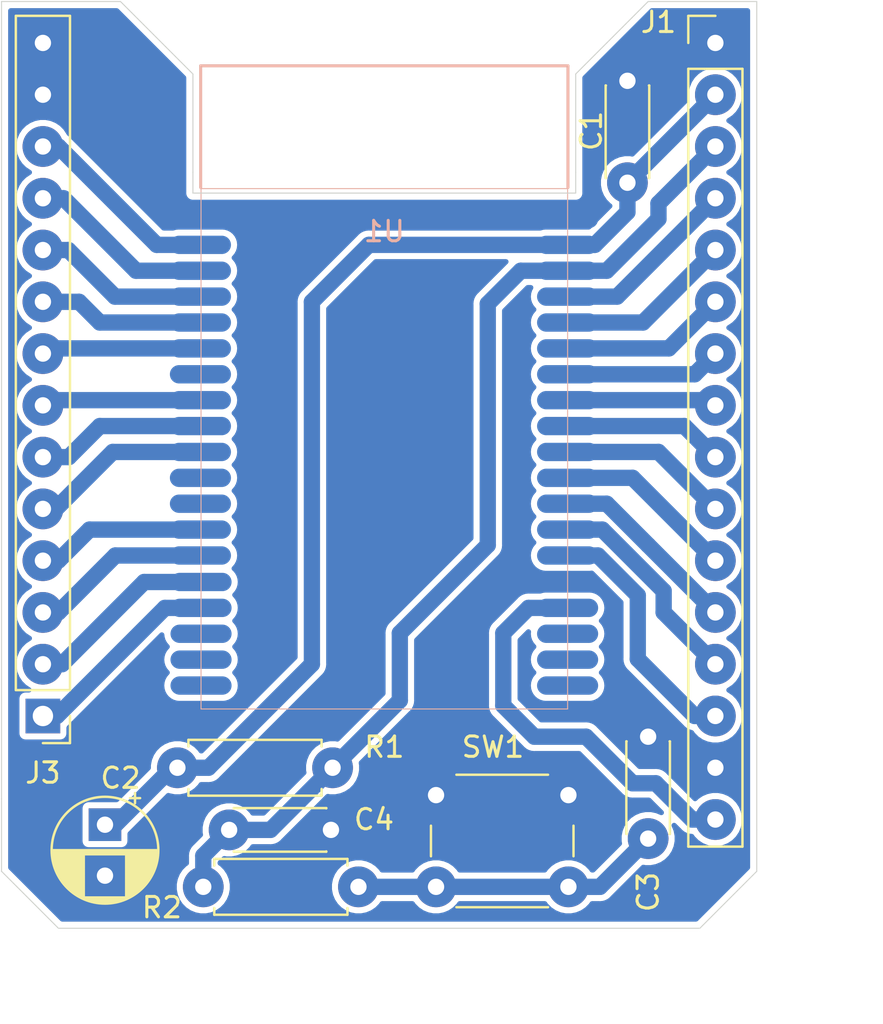
<source format=kicad_pcb>
(kicad_pcb (version 20171130) (host pcbnew 5.1.6-c6e7f7d~87~ubuntu20.04.1)

  (general
    (thickness 1.6)
    (drawings 18)
    (tracks 105)
    (zones 0)
    (modules 10)
    (nets 29)
  )

  (page A4)
  (layers
    (0 F.Cu signal)
    (31 B.Cu signal)
    (32 B.Adhes user)
    (33 F.Adhes user)
    (34 B.Paste user)
    (35 F.Paste user)
    (36 B.SilkS user)
    (37 F.SilkS user)
    (38 B.Mask user)
    (39 F.Mask user)
    (40 Dwgs.User user)
    (41 Cmts.User user)
    (42 Eco1.User user)
    (43 Eco2.User user)
    (44 Edge.Cuts user)
    (45 Margin user)
    (46 B.CrtYd user)
    (47 F.CrtYd user)
    (48 B.Fab user)
    (49 F.Fab user hide)
  )

  (setup
    (last_trace_width 0.25)
    (user_trace_width 0.8)
    (user_trace_width 1)
    (trace_clearance 0.25)
    (zone_clearance 0.3)
    (zone_45_only no)
    (trace_min 0.2)
    (via_size 0.8)
    (via_drill 0.4)
    (via_min_size 0.4)
    (via_min_drill 0.3)
    (uvia_size 0.3)
    (uvia_drill 0.1)
    (uvias_allowed no)
    (uvia_min_size 0.2)
    (uvia_min_drill 0.1)
    (edge_width 0.05)
    (segment_width 0.2)
    (pcb_text_width 0.3)
    (pcb_text_size 1.5 1.5)
    (mod_edge_width 0.12)
    (mod_text_size 1 1)
    (mod_text_width 0.15)
    (pad_size 2 2)
    (pad_drill 0.8)
    (pad_to_mask_clearance 0.05)
    (aux_axis_origin 0 0)
    (grid_origin 121.412 77.724)
    (visible_elements FFFFFF7F)
    (pcbplotparams
      (layerselection 0x01000_fffffffe)
      (usegerberextensions false)
      (usegerberattributes true)
      (usegerberadvancedattributes true)
      (creategerberjobfile true)
      (excludeedgelayer true)
      (linewidth 0.100000)
      (plotframeref false)
      (viasonmask false)
      (mode 1)
      (useauxorigin false)
      (hpglpennumber 1)
      (hpglpenspeed 20)
      (hpglpendiameter 15.000000)
      (psnegative false)
      (psa4output false)
      (plotreference false)
      (plotvalue false)
      (plotinvisibletext false)
      (padsonsilk false)
      (subtractmaskfromsilk false)
      (outputformat 1)
      (mirror false)
      (drillshape 0)
      (scaleselection 1)
      (outputdirectory "plots/"))
  )

  (net 0 "")
  (net 1 "Net-(J1-Pad16)")
  (net 2 "Net-(J1-Pad14)")
  (net 3 "Net-(J1-Pad13)")
  (net 4 "Net-(J1-Pad12)")
  (net 5 "Net-(J1-Pad11)")
  (net 6 "Net-(J1-Pad10)")
  (net 7 "Net-(J1-Pad9)")
  (net 8 "Net-(J1-Pad8)")
  (net 9 "Net-(J1-Pad7)")
  (net 10 "Net-(J1-Pad6)")
  (net 11 "Net-(J1-Pad5)")
  (net 12 "Net-(J1-Pad4)")
  (net 13 "Net-(J3-Pad12)")
  (net 14 "Net-(J3-Pad11)")
  (net 15 "Net-(J3-Pad10)")
  (net 16 "Net-(J3-Pad9)")
  (net 17 "Net-(J3-Pad8)")
  (net 18 "Net-(J3-Pad7)")
  (net 19 "Net-(J3-Pad6)")
  (net 20 "Net-(J3-Pad5)")
  (net 21 "Net-(J3-Pad4)")
  (net 22 "Net-(J3-Pad3)")
  (net 23 "Net-(J3-Pad2)")
  (net 24 "Net-(J3-Pad1)")
  (net 25 GND)
  (net 26 +3V3)
  (net 27 "Net-(C3-Pad2)")
  (net 28 "Net-(C4-Pad1)")

  (net_class Default "This is the default net class."
    (clearance 0.25)
    (trace_width 0.25)
    (via_dia 0.8)
    (via_drill 0.4)
    (uvia_dia 0.3)
    (uvia_drill 0.1)
    (add_net +3V3)
    (add_net GND)
    (add_net "Net-(C3-Pad2)")
    (add_net "Net-(C4-Pad1)")
    (add_net "Net-(J1-Pad10)")
    (add_net "Net-(J1-Pad11)")
    (add_net "Net-(J1-Pad12)")
    (add_net "Net-(J1-Pad13)")
    (add_net "Net-(J1-Pad14)")
    (add_net "Net-(J1-Pad16)")
    (add_net "Net-(J1-Pad4)")
    (add_net "Net-(J1-Pad5)")
    (add_net "Net-(J1-Pad6)")
    (add_net "Net-(J1-Pad7)")
    (add_net "Net-(J1-Pad8)")
    (add_net "Net-(J1-Pad9)")
    (add_net "Net-(J3-Pad1)")
    (add_net "Net-(J3-Pad10)")
    (add_net "Net-(J3-Pad11)")
    (add_net "Net-(J3-Pad12)")
    (add_net "Net-(J3-Pad2)")
    (add_net "Net-(J3-Pad3)")
    (add_net "Net-(J3-Pad4)")
    (add_net "Net-(J3-Pad5)")
    (add_net "Net-(J3-Pad6)")
    (add_net "Net-(J3-Pad7)")
    (add_net "Net-(J3-Pad8)")
    (add_net "Net-(J3-Pad9)")
  )

  (module esp32-wrover:ESP32-WROVER (layer B.Cu) (tedit 5F37D5E8) (tstamp 5F382D4C)
    (at 138.176 85.45 180)
    (path /5F3F8995)
    (attr smd)
    (fp_text reference U1 (at 0 -1.524) (layer B.SilkS)
      (effects (font (size 1 1) (thickness 0.15)) (justify mirror))
    )
    (fp_text value ESP32-WROVER_E (at 0.1 -2.92) (layer B.Fab) hide
      (effects (font (size 1 1) (thickness 0.15)) (justify mirror))
    )
    (fp_line (start 9 -24.95) (end -9 -24.95) (layer B.SilkS) (width 0.05))
    (fp_line (start 9 0.58) (end 9 -24.95) (layer B.SilkS) (width 0.05))
    (fp_line (start -9 0.58) (end 9 0.58) (layer B.SilkS) (width 0.05))
    (fp_line (start -9 -24.95) (end -9 0.58) (layer B.SilkS) (width 0.05))
    (fp_line (start -9.017 0.635) (end -9.017 6.604) (layer B.SilkS) (width 0.15))
    (fp_line (start 9.017 0.635) (end 9.017 6.604) (layer B.SilkS) (width 0.15))
    (fp_line (start 9.017 6.604) (end -9.017 6.604) (layer B.SilkS) (width 0.15))
    (pad 1 smd oval (at -9 -0.91 180) (size 3 0.9) (layers B.Cu B.Paste B.Mask)
      (net 25 GND))
    (pad 2 smd oval (at -9 -2.18 180) (size 3 0.9) (layers B.Cu B.Paste B.Mask)
      (net 26 +3V3))
    (pad 3 smd oval (at -9 -3.45 180) (size 3 0.9) (layers B.Cu B.Paste B.Mask)
      (net 28 "Net-(C4-Pad1)"))
    (pad 4 smd oval (at -9 -4.72 180) (size 3 0.9) (layers B.Cu B.Paste B.Mask)
      (net 12 "Net-(J1-Pad4)"))
    (pad 5 smd oval (at -9 -5.99 180) (size 3 0.9) (layers B.Cu B.Paste B.Mask)
      (net 11 "Net-(J1-Pad5)"))
    (pad 6 smd oval (at -9 -7.26 180) (size 3 0.9) (layers B.Cu B.Paste B.Mask)
      (net 10 "Net-(J1-Pad6)"))
    (pad 7 smd oval (at -9 -8.53 180) (size 3 0.9) (layers B.Cu B.Paste B.Mask)
      (net 9 "Net-(J1-Pad7)"))
    (pad 8 smd oval (at -9 -9.8 180) (size 3 0.9) (layers B.Cu B.Paste B.Mask)
      (net 8 "Net-(J1-Pad8)"))
    (pad 9 smd oval (at -9 -11.07 180) (size 3 0.9) (layers B.Cu B.Paste B.Mask)
      (net 7 "Net-(J1-Pad9)"))
    (pad 10 smd oval (at -9 -12.34 180) (size 3 0.9) (layers B.Cu B.Paste B.Mask)
      (net 6 "Net-(J1-Pad10)"))
    (pad 11 smd oval (at -9 -13.61 180) (size 3 0.9) (layers B.Cu B.Paste B.Mask)
      (net 5 "Net-(J1-Pad11)"))
    (pad 12 smd oval (at -9 -14.88 180) (size 3 0.9) (layers B.Cu B.Paste B.Mask)
      (net 4 "Net-(J1-Pad12)"))
    (pad 13 smd oval (at -9 -16.15 180) (size 3 0.9) (layers B.Cu B.Paste B.Mask)
      (net 3 "Net-(J1-Pad13)"))
    (pad 14 smd oval (at -9 -17.42 180) (size 3 0.9) (layers B.Cu B.Paste B.Mask)
      (net 2 "Net-(J1-Pad14)"))
    (pad 15 smd oval (at -9 -18.72 180) (size 3 0.9) (layers B.Cu B.Paste B.Mask)
      (net 25 GND))
    (pad 16 smd oval (at -9 -19.99 180) (size 3 0.9) (layers B.Cu B.Paste B.Mask)
      (net 1 "Net-(J1-Pad16)"))
    (pad 17 smd oval (at -9 -21.26 180) (size 3 0.9) (layers B.Cu B.Paste B.Mask))
    (pad 18 smd oval (at -9 -22.53 180) (size 3 0.9) (layers B.Cu B.Paste B.Mask))
    (pad 19 smd oval (at -9 -23.8 180) (size 3 0.9) (layers B.Cu B.Paste B.Mask))
    (pad 20 smd oval (at 9 -23.8 180) (size 3 0.9) (layers B.Cu B.Paste B.Mask))
    (pad 21 smd oval (at 9 -22.53 180) (size 3 0.9) (layers B.Cu B.Paste B.Mask))
    (pad 22 smd oval (at 9 -21.26 180) (size 3 0.9) (layers B.Cu B.Paste B.Mask))
    (pad 23 smd oval (at 9 -19.99 180) (size 3 0.9) (layers B.Cu B.Paste B.Mask)
      (net 24 "Net-(J3-Pad1)"))
    (pad 24 smd oval (at 9 -18.72 180) (size 3 0.9) (layers B.Cu B.Paste B.Mask)
      (net 23 "Net-(J3-Pad2)"))
    (pad 25 smd oval (at 9.03 -17.42 180) (size 3 0.9) (layers B.Cu B.Paste B.Mask)
      (net 22 "Net-(J3-Pad3)"))
    (pad 26 smd oval (at 9.03 -16.15 180) (size 3 0.9) (layers B.Cu B.Paste B.Mask)
      (net 21 "Net-(J3-Pad4)"))
    (pad 27 smd oval (at 9.03 -14.88 180) (size 3 0.9) (layers B.Cu B.Paste B.Mask))
    (pad 28 smd oval (at 9.03 -13.61 180) (size 3 0.9) (layers B.Cu B.Paste B.Mask))
    (pad 29 smd oval (at 9.03 -12.34 180) (size 3 0.9) (layers B.Cu B.Paste B.Mask)
      (net 20 "Net-(J3-Pad5)"))
    (pad 30 smd oval (at 9.03 -11.07 180) (size 3 0.9) (layers B.Cu B.Paste B.Mask)
      (net 19 "Net-(J3-Pad6)"))
    (pad 31 smd oval (at 9.03 -9.8 180) (size 3 0.9) (layers B.Cu B.Paste B.Mask)
      (net 18 "Net-(J3-Pad7)"))
    (pad 32 smd oval (at 9.03 -8.53 180) (size 3 0.9) (layers B.Cu B.Paste B.Mask))
    (pad 33 smd oval (at 9.03 -7.26 180) (size 3 0.9) (layers B.Cu B.Paste B.Mask)
      (net 17 "Net-(J3-Pad8)"))
    (pad 34 smd oval (at 9.03 -5.99 180) (size 3 0.9) (layers B.Cu B.Paste B.Mask)
      (net 16 "Net-(J3-Pad9)"))
    (pad 35 smd oval (at 9.03 -4.72 180) (size 3 0.9) (layers B.Cu B.Paste B.Mask)
      (net 15 "Net-(J3-Pad10)"))
    (pad 36 smd oval (at 9.03 -3.45 180) (size 3 0.9) (layers B.Cu B.Paste B.Mask)
      (net 14 "Net-(J3-Pad11)"))
    (pad 37 smd oval (at 9.03 -2.18 180) (size 3 0.9) (layers B.Cu B.Paste B.Mask)
      (net 13 "Net-(J3-Pad12)"))
    (pad 38 smd oval (at 9.03 -0.91 180) (size 3 0.9) (layers B.Cu B.Paste B.Mask)
      (net 25 GND))
    (pad 39 smd rect (at 0 -7.366 180) (size 1 1) (layers B.Cu B.Paste B.Mask)
      (net 25 GND))
    (pad 39 smd rect (at -2.54 -7.366 180) (size 1 1) (layers B.Cu B.Paste B.Mask)
      (net 25 GND))
    (pad 39 smd rect (at -1.27 -7.366 180) (size 1 1) (layers B.Cu B.Paste B.Mask)
      (net 25 GND))
    (pad 39 smd rect (at -2.54 -8.636 180) (size 1 1) (layers B.Cu B.Paste B.Mask)
      (net 25 GND))
    (pad 39 smd rect (at -1.27 -8.636 180) (size 1 1) (layers B.Cu B.Paste B.Mask)
      (net 25 GND))
    (pad 39 smd rect (at 0 -8.636 180) (size 1 1) (layers B.Cu B.Paste B.Mask)
      (net 25 GND))
    (pad 39 smd rect (at -2.54 -9.906 180) (size 1 1) (layers B.Cu B.Paste B.Mask)
      (net 25 GND))
    (pad 39 smd rect (at -1.27 -9.906 180) (size 1 1) (layers B.Cu B.Paste B.Mask)
      (net 25 GND))
    (pad 39 smd rect (at 0 -9.906 180) (size 1 1) (layers B.Cu B.Paste B.Mask)
      (net 25 GND))
    (model ${KIWALTER3DMOD}/nrf51822-04_module.x3d
      (offset (xyz 11.00000323479652 29.99999034944534 0))
      (scale (xyz 2 2.8 1))
      (rotate (xyz 0 0 0))
    )
  )

  (module Button_Switch_THT:SW_PUSH_6mm_H4.3mm (layer F.Cu) (tedit 5A02FE31) (tstamp 5F3DA9E5)
    (at 140.716 114.626)
    (descr "tactile push button, 6x6mm e.g. PHAP33xx series, height=4.3mm")
    (tags "tact sw push 6mm")
    (path /5F4595A0)
    (fp_text reference SW1 (at 2.794 -2.358) (layer F.SilkS)
      (effects (font (size 1 1) (thickness 0.15)))
    )
    (fp_text value SW_DIP_x01 (at 3.75 6.7) (layer F.Fab)
      (effects (font (size 1 1) (thickness 0.15)))
    )
    (fp_circle (center 3.25 2.25) (end 1.25 2.5) (layer F.Fab) (width 0.1))
    (fp_line (start 6.75 3) (end 6.75 1.5) (layer F.SilkS) (width 0.12))
    (fp_line (start 5.5 -1) (end 1 -1) (layer F.SilkS) (width 0.12))
    (fp_line (start -0.25 1.5) (end -0.25 3) (layer F.SilkS) (width 0.12))
    (fp_line (start 1 5.5) (end 5.5 5.5) (layer F.SilkS) (width 0.12))
    (fp_line (start 8 -1.25) (end 8 5.75) (layer F.CrtYd) (width 0.05))
    (fp_line (start 7.75 6) (end -1.25 6) (layer F.CrtYd) (width 0.05))
    (fp_line (start -1.5 5.75) (end -1.5 -1.25) (layer F.CrtYd) (width 0.05))
    (fp_line (start -1.25 -1.5) (end 7.75 -1.5) (layer F.CrtYd) (width 0.05))
    (fp_line (start -1.5 6) (end -1.25 6) (layer F.CrtYd) (width 0.05))
    (fp_line (start -1.5 5.75) (end -1.5 6) (layer F.CrtYd) (width 0.05))
    (fp_line (start -1.5 -1.5) (end -1.25 -1.5) (layer F.CrtYd) (width 0.05))
    (fp_line (start -1.5 -1.25) (end -1.5 -1.5) (layer F.CrtYd) (width 0.05))
    (fp_line (start 8 -1.5) (end 8 -1.25) (layer F.CrtYd) (width 0.05))
    (fp_line (start 7.75 -1.5) (end 8 -1.5) (layer F.CrtYd) (width 0.05))
    (fp_line (start 8 6) (end 8 5.75) (layer F.CrtYd) (width 0.05))
    (fp_line (start 7.75 6) (end 8 6) (layer F.CrtYd) (width 0.05))
    (fp_line (start 0.25 -0.75) (end 3.25 -0.75) (layer F.Fab) (width 0.1))
    (fp_line (start 0.25 5.25) (end 0.25 -0.75) (layer F.Fab) (width 0.1))
    (fp_line (start 6.25 5.25) (end 0.25 5.25) (layer F.Fab) (width 0.1))
    (fp_line (start 6.25 -0.75) (end 6.25 5.25) (layer F.Fab) (width 0.1))
    (fp_line (start 3.25 -0.75) (end 6.25 -0.75) (layer F.Fab) (width 0.1))
    (fp_text user %R (at 3.25 2.25) (layer F.Fab)
      (effects (font (size 1 1) (thickness 0.15)))
    )
    (pad 1 thru_hole oval (at 6.5 0) (size 2 2) (drill 0.8) (layers *.Cu *.Mask)
      (net 25 GND))
    (pad 2 thru_hole oval (at 6.5 4.5) (size 2 2) (drill 0.8) (layers *.Cu *.Mask)
      (net 27 "Net-(C3-Pad2)"))
    (pad 1 thru_hole oval (at 0 0) (size 2 2) (drill 0.8) (layers *.Cu *.Mask)
      (net 25 GND))
    (pad 2 thru_hole oval (at 0 4.5) (size 2 2) (drill 0.8) (layers *.Cu *.Mask)
      (net 27 "Net-(C3-Pad2)"))
    (model ${KISYS3DMOD}/Button_Switch_THT.3dshapes/SW_PUSH_6mm_H4.3mm.wrl
      (at (xyz 0 0 0))
      (scale (xyz 1 1 1))
      (rotate (xyz 0 0 0))
    )
  )

  (module Resistor_THT:R_Axial_DIN0207_L6.3mm_D2.5mm_P7.62mm_Horizontal (layer F.Cu) (tedit 5AE5139B) (tstamp 5F3870CF)
    (at 136.906 119.126 180)
    (descr "Resistor, Axial_DIN0207 series, Axial, Horizontal, pin pitch=7.62mm, 0.25W = 1/4W, length*diameter=6.3*2.5mm^2, http://cdn-reichelt.de/documents/datenblatt/B400/1_4W%23YAG.pdf")
    (tags "Resistor Axial_DIN0207 series Axial Horizontal pin pitch 7.62mm 0.25W = 1/4W length 6.3mm diameter 2.5mm")
    (path /5F45DCDE)
    (fp_text reference R2 (at 9.652 -1.016) (layer F.SilkS)
      (effects (font (size 1 1) (thickness 0.15)))
    )
    (fp_text value 100 (at 3.81 2.37) (layer F.Fab)
      (effects (font (size 1 1) (thickness 0.15)))
    )
    (fp_line (start 8.67 -1.5) (end -1.05 -1.5) (layer F.CrtYd) (width 0.05))
    (fp_line (start 8.67 1.5) (end 8.67 -1.5) (layer F.CrtYd) (width 0.05))
    (fp_line (start -1.05 1.5) (end 8.67 1.5) (layer F.CrtYd) (width 0.05))
    (fp_line (start -1.05 -1.5) (end -1.05 1.5) (layer F.CrtYd) (width 0.05))
    (fp_line (start 7.08 1.37) (end 7.08 1.04) (layer F.SilkS) (width 0.12))
    (fp_line (start 0.54 1.37) (end 7.08 1.37) (layer F.SilkS) (width 0.12))
    (fp_line (start 0.54 1.04) (end 0.54 1.37) (layer F.SilkS) (width 0.12))
    (fp_line (start 7.08 -1.37) (end 7.08 -1.04) (layer F.SilkS) (width 0.12))
    (fp_line (start 0.54 -1.37) (end 7.08 -1.37) (layer F.SilkS) (width 0.12))
    (fp_line (start 0.54 -1.04) (end 0.54 -1.37) (layer F.SilkS) (width 0.12))
    (fp_line (start 7.62 0) (end 6.96 0) (layer F.Fab) (width 0.1))
    (fp_line (start 0 0) (end 0.66 0) (layer F.Fab) (width 0.1))
    (fp_line (start 6.96 -1.25) (end 0.66 -1.25) (layer F.Fab) (width 0.1))
    (fp_line (start 6.96 1.25) (end 6.96 -1.25) (layer F.Fab) (width 0.1))
    (fp_line (start 0.66 1.25) (end 6.96 1.25) (layer F.Fab) (width 0.1))
    (fp_line (start 0.66 -1.25) (end 0.66 1.25) (layer F.Fab) (width 0.1))
    (fp_text user %R (at 3.81 0) (layer F.Fab)
      (effects (font (size 1 1) (thickness 0.15)))
    )
    (pad 2 thru_hole oval (at 7.62 0 180) (size 2 2) (drill 0.8) (layers *.Cu *.Mask)
      (net 28 "Net-(C4-Pad1)"))
    (pad 1 thru_hole oval (at 0 0 180) (size 2 2) (drill 0.8) (layers *.Cu *.Mask)
      (net 27 "Net-(C3-Pad2)"))
    (model ${KISYS3DMOD}/Resistor_THT.3dshapes/R_Axial_DIN0207_L6.3mm_D2.5mm_P7.62mm_Horizontal.wrl
      (at (xyz 0 0 0))
      (scale (xyz 1 1 1))
      (rotate (xyz 0 0 0))
    )
  )

  (module Resistor_THT:R_Axial_DIN0207_L6.3mm_D2.5mm_P7.62mm_Horizontal (layer F.Cu) (tedit 5AE5139B) (tstamp 5F387D82)
    (at 128.016 113.284)
    (descr "Resistor, Axial_DIN0207 series, Axial, Horizontal, pin pitch=7.62mm, 0.25W = 1/4W, length*diameter=6.3*2.5mm^2, http://cdn-reichelt.de/documents/datenblatt/B400/1_4W%23YAG.pdf")
    (tags "Resistor Axial_DIN0207 series Axial Horizontal pin pitch 7.62mm 0.25W = 1/4W length 6.3mm diameter 2.5mm")
    (path /5F43A6C7)
    (fp_text reference R1 (at 10.16 -1.016) (layer F.SilkS)
      (effects (font (size 1 1) (thickness 0.15)))
    )
    (fp_text value 10k (at 3.81 2.37) (layer F.Fab)
      (effects (font (size 1 1) (thickness 0.15)))
    )
    (fp_line (start 8.67 -1.5) (end -1.05 -1.5) (layer F.CrtYd) (width 0.05))
    (fp_line (start 8.67 1.5) (end 8.67 -1.5) (layer F.CrtYd) (width 0.05))
    (fp_line (start -1.05 1.5) (end 8.67 1.5) (layer F.CrtYd) (width 0.05))
    (fp_line (start -1.05 -1.5) (end -1.05 1.5) (layer F.CrtYd) (width 0.05))
    (fp_line (start 7.08 1.37) (end 7.08 1.04) (layer F.SilkS) (width 0.12))
    (fp_line (start 0.54 1.37) (end 7.08 1.37) (layer F.SilkS) (width 0.12))
    (fp_line (start 0.54 1.04) (end 0.54 1.37) (layer F.SilkS) (width 0.12))
    (fp_line (start 7.08 -1.37) (end 7.08 -1.04) (layer F.SilkS) (width 0.12))
    (fp_line (start 0.54 -1.37) (end 7.08 -1.37) (layer F.SilkS) (width 0.12))
    (fp_line (start 0.54 -1.04) (end 0.54 -1.37) (layer F.SilkS) (width 0.12))
    (fp_line (start 7.62 0) (end 6.96 0) (layer F.Fab) (width 0.1))
    (fp_line (start 0 0) (end 0.66 0) (layer F.Fab) (width 0.1))
    (fp_line (start 6.96 -1.25) (end 0.66 -1.25) (layer F.Fab) (width 0.1))
    (fp_line (start 6.96 1.25) (end 6.96 -1.25) (layer F.Fab) (width 0.1))
    (fp_line (start 0.66 1.25) (end 6.96 1.25) (layer F.Fab) (width 0.1))
    (fp_line (start 0.66 -1.25) (end 0.66 1.25) (layer F.Fab) (width 0.1))
    (fp_text user %R (at 3.81 0) (layer F.Fab)
      (effects (font (size 1 1) (thickness 0.15)))
    )
    (pad 2 thru_hole oval (at 7.62 0) (size 2 2) (drill 0.8) (layers *.Cu *.Mask)
      (net 28 "Net-(C4-Pad1)"))
    (pad 1 thru_hole oval (at 0 0) (size 2 2) (drill 0.8) (layers *.Cu *.Mask)
      (net 26 +3V3))
    (model ${KISYS3DMOD}/Resistor_THT.3dshapes/R_Axial_DIN0207_L6.3mm_D2.5mm_P7.62mm_Horizontal.wrl
      (at (xyz 0 0 0))
      (scale (xyz 1 1 1))
      (rotate (xyz 0 0 0))
    )
  )

  (module Capacitor_THT:C_Disc_D4.3mm_W1.9mm_P5.00mm (layer F.Cu) (tedit 5AE50EF0) (tstamp 5F387019)
    (at 130.556 116.332)
    (descr "C, Disc series, Radial, pin pitch=5.00mm, , diameter*width=4.3*1.9mm^2, Capacitor, http://www.vishay.com/docs/45233/krseries.pdf")
    (tags "C Disc series Radial pin pitch 5.00mm  diameter 4.3mm width 1.9mm Capacitor")
    (path /5F43B47C)
    (fp_text reference C4 (at 7.112 -0.508) (layer F.SilkS)
      (effects (font (size 1 1) (thickness 0.15)))
    )
    (fp_text value 0.1u (at 2.5 2.2) (layer F.Fab)
      (effects (font (size 1 1) (thickness 0.15)))
    )
    (fp_line (start 6.05 -1.2) (end -1.05 -1.2) (layer F.CrtYd) (width 0.05))
    (fp_line (start 6.05 1.2) (end 6.05 -1.2) (layer F.CrtYd) (width 0.05))
    (fp_line (start -1.05 1.2) (end 6.05 1.2) (layer F.CrtYd) (width 0.05))
    (fp_line (start -1.05 -1.2) (end -1.05 1.2) (layer F.CrtYd) (width 0.05))
    (fp_line (start 4.77 1.055) (end 4.77 1.07) (layer F.SilkS) (width 0.12))
    (fp_line (start 4.77 -1.07) (end 4.77 -1.055) (layer F.SilkS) (width 0.12))
    (fp_line (start 0.23 1.055) (end 0.23 1.07) (layer F.SilkS) (width 0.12))
    (fp_line (start 0.23 -1.07) (end 0.23 -1.055) (layer F.SilkS) (width 0.12))
    (fp_line (start 0.23 1.07) (end 4.77 1.07) (layer F.SilkS) (width 0.12))
    (fp_line (start 0.23 -1.07) (end 4.77 -1.07) (layer F.SilkS) (width 0.12))
    (fp_line (start 4.65 -0.95) (end 0.35 -0.95) (layer F.Fab) (width 0.1))
    (fp_line (start 4.65 0.95) (end 4.65 -0.95) (layer F.Fab) (width 0.1))
    (fp_line (start 0.35 0.95) (end 4.65 0.95) (layer F.Fab) (width 0.1))
    (fp_line (start 0.35 -0.95) (end 0.35 0.95) (layer F.Fab) (width 0.1))
    (fp_text user %R (at 2.5 0) (layer F.Fab)
      (effects (font (size 0.86 0.86) (thickness 0.129)))
    )
    (pad 2 thru_hole oval (at 5 0) (size 2 2) (drill 0.8) (layers *.Cu *.Mask)
      (net 25 GND))
    (pad 1 thru_hole oval (at 0 0) (size 2 2) (drill 0.8) (layers *.Cu *.Mask)
      (net 28 "Net-(C4-Pad1)"))
    (model ${KISYS3DMOD}/Capacitor_THT.3dshapes/C_Disc_D4.3mm_W1.9mm_P5.00mm.wrl
      (at (xyz 0 0 0))
      (scale (xyz 1 1 1))
      (rotate (xyz 0 0 0))
    )
  )

  (module Capacitor_THT:C_Disc_D4.3mm_W1.9mm_P5.00mm (layer F.Cu) (tedit 5AE50EF0) (tstamp 5F3DA99F)
    (at 151.13 111.76 270)
    (descr "C, Disc series, Radial, pin pitch=5.00mm, , diameter*width=4.3*1.9mm^2, Capacitor, http://www.vishay.com/docs/45233/krseries.pdf")
    (tags "C Disc series Radial pin pitch 5.00mm  diameter 4.3mm width 1.9mm Capacitor")
    (path /5F45C2ED)
    (fp_text reference C3 (at 7.62 0 90) (layer F.SilkS)
      (effects (font (size 1 1) (thickness 0.15)))
    )
    (fp_text value 0.1u (at 2.5 2.2 90) (layer F.Fab)
      (effects (font (size 1 1) (thickness 0.15)))
    )
    (fp_line (start 6.05 -1.2) (end -1.05 -1.2) (layer F.CrtYd) (width 0.05))
    (fp_line (start 6.05 1.2) (end 6.05 -1.2) (layer F.CrtYd) (width 0.05))
    (fp_line (start -1.05 1.2) (end 6.05 1.2) (layer F.CrtYd) (width 0.05))
    (fp_line (start -1.05 -1.2) (end -1.05 1.2) (layer F.CrtYd) (width 0.05))
    (fp_line (start 4.77 1.055) (end 4.77 1.07) (layer F.SilkS) (width 0.12))
    (fp_line (start 4.77 -1.07) (end 4.77 -1.055) (layer F.SilkS) (width 0.12))
    (fp_line (start 0.23 1.055) (end 0.23 1.07) (layer F.SilkS) (width 0.12))
    (fp_line (start 0.23 -1.07) (end 0.23 -1.055) (layer F.SilkS) (width 0.12))
    (fp_line (start 0.23 1.07) (end 4.77 1.07) (layer F.SilkS) (width 0.12))
    (fp_line (start 0.23 -1.07) (end 4.77 -1.07) (layer F.SilkS) (width 0.12))
    (fp_line (start 4.65 -0.95) (end 0.35 -0.95) (layer F.Fab) (width 0.1))
    (fp_line (start 4.65 0.95) (end 4.65 -0.95) (layer F.Fab) (width 0.1))
    (fp_line (start 0.35 0.95) (end 4.65 0.95) (layer F.Fab) (width 0.1))
    (fp_line (start 0.35 -0.95) (end 0.35 0.95) (layer F.Fab) (width 0.1))
    (fp_text user %R (at 2.5 0 90) (layer F.Fab)
      (effects (font (size 0.86 0.86) (thickness 0.129)))
    )
    (pad 2 thru_hole oval (at 5 0 270) (size 2 2) (drill 0.8) (layers *.Cu *.Mask)
      (net 27 "Net-(C3-Pad2)"))
    (pad 1 thru_hole oval (at 0 0 270) (size 2 2) (drill 0.8) (layers *.Cu *.Mask)
      (net 25 GND))
    (model ${KISYS3DMOD}/Capacitor_THT.3dshapes/C_Disc_D4.3mm_W1.9mm_P5.00mm.wrl
      (at (xyz 0 0 0))
      (scale (xyz 1 1 1))
      (rotate (xyz 0 0 0))
    )
  )

  (module Capacitor_THT:CP_Radial_D5.0mm_P2.50mm (layer F.Cu) (tedit 5AE50EF0) (tstamp 5F3DA885)
    (at 124.46 116.078 270)
    (descr "CP, Radial series, Radial, pin pitch=2.50mm, , diameter=5mm, Electrolytic Capacitor")
    (tags "CP Radial series Radial pin pitch 2.50mm  diameter 5mm Electrolytic Capacitor")
    (path /5F42A35B)
    (fp_text reference C2 (at -2.286 -0.762) (layer F.SilkS)
      (effects (font (size 1 1) (thickness 0.15)))
    )
    (fp_text value 22u (at 1.25 3.75 90) (layer F.Fab)
      (effects (font (size 1 1) (thickness 0.15)))
    )
    (fp_line (start -1.304775 -1.725) (end -1.304775 -1.225) (layer F.SilkS) (width 0.12))
    (fp_line (start -1.554775 -1.475) (end -1.054775 -1.475) (layer F.SilkS) (width 0.12))
    (fp_line (start 3.851 -0.284) (end 3.851 0.284) (layer F.SilkS) (width 0.12))
    (fp_line (start 3.811 -0.518) (end 3.811 0.518) (layer F.SilkS) (width 0.12))
    (fp_line (start 3.771 -0.677) (end 3.771 0.677) (layer F.SilkS) (width 0.12))
    (fp_line (start 3.731 -0.805) (end 3.731 0.805) (layer F.SilkS) (width 0.12))
    (fp_line (start 3.691 -0.915) (end 3.691 0.915) (layer F.SilkS) (width 0.12))
    (fp_line (start 3.651 -1.011) (end 3.651 1.011) (layer F.SilkS) (width 0.12))
    (fp_line (start 3.611 -1.098) (end 3.611 1.098) (layer F.SilkS) (width 0.12))
    (fp_line (start 3.571 -1.178) (end 3.571 1.178) (layer F.SilkS) (width 0.12))
    (fp_line (start 3.531 1.04) (end 3.531 1.251) (layer F.SilkS) (width 0.12))
    (fp_line (start 3.531 -1.251) (end 3.531 -1.04) (layer F.SilkS) (width 0.12))
    (fp_line (start 3.491 1.04) (end 3.491 1.319) (layer F.SilkS) (width 0.12))
    (fp_line (start 3.491 -1.319) (end 3.491 -1.04) (layer F.SilkS) (width 0.12))
    (fp_line (start 3.451 1.04) (end 3.451 1.383) (layer F.SilkS) (width 0.12))
    (fp_line (start 3.451 -1.383) (end 3.451 -1.04) (layer F.SilkS) (width 0.12))
    (fp_line (start 3.411 1.04) (end 3.411 1.443) (layer F.SilkS) (width 0.12))
    (fp_line (start 3.411 -1.443) (end 3.411 -1.04) (layer F.SilkS) (width 0.12))
    (fp_line (start 3.371 1.04) (end 3.371 1.5) (layer F.SilkS) (width 0.12))
    (fp_line (start 3.371 -1.5) (end 3.371 -1.04) (layer F.SilkS) (width 0.12))
    (fp_line (start 3.331 1.04) (end 3.331 1.554) (layer F.SilkS) (width 0.12))
    (fp_line (start 3.331 -1.554) (end 3.331 -1.04) (layer F.SilkS) (width 0.12))
    (fp_line (start 3.291 1.04) (end 3.291 1.605) (layer F.SilkS) (width 0.12))
    (fp_line (start 3.291 -1.605) (end 3.291 -1.04) (layer F.SilkS) (width 0.12))
    (fp_line (start 3.251 1.04) (end 3.251 1.653) (layer F.SilkS) (width 0.12))
    (fp_line (start 3.251 -1.653) (end 3.251 -1.04) (layer F.SilkS) (width 0.12))
    (fp_line (start 3.211 1.04) (end 3.211 1.699) (layer F.SilkS) (width 0.12))
    (fp_line (start 3.211 -1.699) (end 3.211 -1.04) (layer F.SilkS) (width 0.12))
    (fp_line (start 3.171 1.04) (end 3.171 1.743) (layer F.SilkS) (width 0.12))
    (fp_line (start 3.171 -1.743) (end 3.171 -1.04) (layer F.SilkS) (width 0.12))
    (fp_line (start 3.131 1.04) (end 3.131 1.785) (layer F.SilkS) (width 0.12))
    (fp_line (start 3.131 -1.785) (end 3.131 -1.04) (layer F.SilkS) (width 0.12))
    (fp_line (start 3.091 1.04) (end 3.091 1.826) (layer F.SilkS) (width 0.12))
    (fp_line (start 3.091 -1.826) (end 3.091 -1.04) (layer F.SilkS) (width 0.12))
    (fp_line (start 3.051 1.04) (end 3.051 1.864) (layer F.SilkS) (width 0.12))
    (fp_line (start 3.051 -1.864) (end 3.051 -1.04) (layer F.SilkS) (width 0.12))
    (fp_line (start 3.011 1.04) (end 3.011 1.901) (layer F.SilkS) (width 0.12))
    (fp_line (start 3.011 -1.901) (end 3.011 -1.04) (layer F.SilkS) (width 0.12))
    (fp_line (start 2.971 1.04) (end 2.971 1.937) (layer F.SilkS) (width 0.12))
    (fp_line (start 2.971 -1.937) (end 2.971 -1.04) (layer F.SilkS) (width 0.12))
    (fp_line (start 2.931 1.04) (end 2.931 1.971) (layer F.SilkS) (width 0.12))
    (fp_line (start 2.931 -1.971) (end 2.931 -1.04) (layer F.SilkS) (width 0.12))
    (fp_line (start 2.891 1.04) (end 2.891 2.004) (layer F.SilkS) (width 0.12))
    (fp_line (start 2.891 -2.004) (end 2.891 -1.04) (layer F.SilkS) (width 0.12))
    (fp_line (start 2.851 1.04) (end 2.851 2.035) (layer F.SilkS) (width 0.12))
    (fp_line (start 2.851 -2.035) (end 2.851 -1.04) (layer F.SilkS) (width 0.12))
    (fp_line (start 2.811 1.04) (end 2.811 2.065) (layer F.SilkS) (width 0.12))
    (fp_line (start 2.811 -2.065) (end 2.811 -1.04) (layer F.SilkS) (width 0.12))
    (fp_line (start 2.771 1.04) (end 2.771 2.095) (layer F.SilkS) (width 0.12))
    (fp_line (start 2.771 -2.095) (end 2.771 -1.04) (layer F.SilkS) (width 0.12))
    (fp_line (start 2.731 1.04) (end 2.731 2.122) (layer F.SilkS) (width 0.12))
    (fp_line (start 2.731 -2.122) (end 2.731 -1.04) (layer F.SilkS) (width 0.12))
    (fp_line (start 2.691 1.04) (end 2.691 2.149) (layer F.SilkS) (width 0.12))
    (fp_line (start 2.691 -2.149) (end 2.691 -1.04) (layer F.SilkS) (width 0.12))
    (fp_line (start 2.651 1.04) (end 2.651 2.175) (layer F.SilkS) (width 0.12))
    (fp_line (start 2.651 -2.175) (end 2.651 -1.04) (layer F.SilkS) (width 0.12))
    (fp_line (start 2.611 1.04) (end 2.611 2.2) (layer F.SilkS) (width 0.12))
    (fp_line (start 2.611 -2.2) (end 2.611 -1.04) (layer F.SilkS) (width 0.12))
    (fp_line (start 2.571 1.04) (end 2.571 2.224) (layer F.SilkS) (width 0.12))
    (fp_line (start 2.571 -2.224) (end 2.571 -1.04) (layer F.SilkS) (width 0.12))
    (fp_line (start 2.531 1.04) (end 2.531 2.247) (layer F.SilkS) (width 0.12))
    (fp_line (start 2.531 -2.247) (end 2.531 -1.04) (layer F.SilkS) (width 0.12))
    (fp_line (start 2.491 1.04) (end 2.491 2.268) (layer F.SilkS) (width 0.12))
    (fp_line (start 2.491 -2.268) (end 2.491 -1.04) (layer F.SilkS) (width 0.12))
    (fp_line (start 2.451 1.04) (end 2.451 2.29) (layer F.SilkS) (width 0.12))
    (fp_line (start 2.451 -2.29) (end 2.451 -1.04) (layer F.SilkS) (width 0.12))
    (fp_line (start 2.411 1.04) (end 2.411 2.31) (layer F.SilkS) (width 0.12))
    (fp_line (start 2.411 -2.31) (end 2.411 -1.04) (layer F.SilkS) (width 0.12))
    (fp_line (start 2.371 1.04) (end 2.371 2.329) (layer F.SilkS) (width 0.12))
    (fp_line (start 2.371 -2.329) (end 2.371 -1.04) (layer F.SilkS) (width 0.12))
    (fp_line (start 2.331 1.04) (end 2.331 2.348) (layer F.SilkS) (width 0.12))
    (fp_line (start 2.331 -2.348) (end 2.331 -1.04) (layer F.SilkS) (width 0.12))
    (fp_line (start 2.291 1.04) (end 2.291 2.365) (layer F.SilkS) (width 0.12))
    (fp_line (start 2.291 -2.365) (end 2.291 -1.04) (layer F.SilkS) (width 0.12))
    (fp_line (start 2.251 1.04) (end 2.251 2.382) (layer F.SilkS) (width 0.12))
    (fp_line (start 2.251 -2.382) (end 2.251 -1.04) (layer F.SilkS) (width 0.12))
    (fp_line (start 2.211 1.04) (end 2.211 2.398) (layer F.SilkS) (width 0.12))
    (fp_line (start 2.211 -2.398) (end 2.211 -1.04) (layer F.SilkS) (width 0.12))
    (fp_line (start 2.171 1.04) (end 2.171 2.414) (layer F.SilkS) (width 0.12))
    (fp_line (start 2.171 -2.414) (end 2.171 -1.04) (layer F.SilkS) (width 0.12))
    (fp_line (start 2.131 1.04) (end 2.131 2.428) (layer F.SilkS) (width 0.12))
    (fp_line (start 2.131 -2.428) (end 2.131 -1.04) (layer F.SilkS) (width 0.12))
    (fp_line (start 2.091 1.04) (end 2.091 2.442) (layer F.SilkS) (width 0.12))
    (fp_line (start 2.091 -2.442) (end 2.091 -1.04) (layer F.SilkS) (width 0.12))
    (fp_line (start 2.051 1.04) (end 2.051 2.455) (layer F.SilkS) (width 0.12))
    (fp_line (start 2.051 -2.455) (end 2.051 -1.04) (layer F.SilkS) (width 0.12))
    (fp_line (start 2.011 1.04) (end 2.011 2.468) (layer F.SilkS) (width 0.12))
    (fp_line (start 2.011 -2.468) (end 2.011 -1.04) (layer F.SilkS) (width 0.12))
    (fp_line (start 1.971 1.04) (end 1.971 2.48) (layer F.SilkS) (width 0.12))
    (fp_line (start 1.971 -2.48) (end 1.971 -1.04) (layer F.SilkS) (width 0.12))
    (fp_line (start 1.93 1.04) (end 1.93 2.491) (layer F.SilkS) (width 0.12))
    (fp_line (start 1.93 -2.491) (end 1.93 -1.04) (layer F.SilkS) (width 0.12))
    (fp_line (start 1.89 1.04) (end 1.89 2.501) (layer F.SilkS) (width 0.12))
    (fp_line (start 1.89 -2.501) (end 1.89 -1.04) (layer F.SilkS) (width 0.12))
    (fp_line (start 1.85 1.04) (end 1.85 2.511) (layer F.SilkS) (width 0.12))
    (fp_line (start 1.85 -2.511) (end 1.85 -1.04) (layer F.SilkS) (width 0.12))
    (fp_line (start 1.81 1.04) (end 1.81 2.52) (layer F.SilkS) (width 0.12))
    (fp_line (start 1.81 -2.52) (end 1.81 -1.04) (layer F.SilkS) (width 0.12))
    (fp_line (start 1.77 1.04) (end 1.77 2.528) (layer F.SilkS) (width 0.12))
    (fp_line (start 1.77 -2.528) (end 1.77 -1.04) (layer F.SilkS) (width 0.12))
    (fp_line (start 1.73 1.04) (end 1.73 2.536) (layer F.SilkS) (width 0.12))
    (fp_line (start 1.73 -2.536) (end 1.73 -1.04) (layer F.SilkS) (width 0.12))
    (fp_line (start 1.69 1.04) (end 1.69 2.543) (layer F.SilkS) (width 0.12))
    (fp_line (start 1.69 -2.543) (end 1.69 -1.04) (layer F.SilkS) (width 0.12))
    (fp_line (start 1.65 1.04) (end 1.65 2.55) (layer F.SilkS) (width 0.12))
    (fp_line (start 1.65 -2.55) (end 1.65 -1.04) (layer F.SilkS) (width 0.12))
    (fp_line (start 1.61 1.04) (end 1.61 2.556) (layer F.SilkS) (width 0.12))
    (fp_line (start 1.61 -2.556) (end 1.61 -1.04) (layer F.SilkS) (width 0.12))
    (fp_line (start 1.57 1.04) (end 1.57 2.561) (layer F.SilkS) (width 0.12))
    (fp_line (start 1.57 -2.561) (end 1.57 -1.04) (layer F.SilkS) (width 0.12))
    (fp_line (start 1.53 1.04) (end 1.53 2.565) (layer F.SilkS) (width 0.12))
    (fp_line (start 1.53 -2.565) (end 1.53 -1.04) (layer F.SilkS) (width 0.12))
    (fp_line (start 1.49 1.04) (end 1.49 2.569) (layer F.SilkS) (width 0.12))
    (fp_line (start 1.49 -2.569) (end 1.49 -1.04) (layer F.SilkS) (width 0.12))
    (fp_line (start 1.45 -2.573) (end 1.45 2.573) (layer F.SilkS) (width 0.12))
    (fp_line (start 1.41 -2.576) (end 1.41 2.576) (layer F.SilkS) (width 0.12))
    (fp_line (start 1.37 -2.578) (end 1.37 2.578) (layer F.SilkS) (width 0.12))
    (fp_line (start 1.33 -2.579) (end 1.33 2.579) (layer F.SilkS) (width 0.12))
    (fp_line (start 1.29 -2.58) (end 1.29 2.58) (layer F.SilkS) (width 0.12))
    (fp_line (start 1.25 -2.58) (end 1.25 2.58) (layer F.SilkS) (width 0.12))
    (fp_line (start -0.633605 -1.3375) (end -0.633605 -0.8375) (layer F.Fab) (width 0.1))
    (fp_line (start -0.883605 -1.0875) (end -0.383605 -1.0875) (layer F.Fab) (width 0.1))
    (fp_circle (center 1.25 0) (end 4 0) (layer F.CrtYd) (width 0.05))
    (fp_circle (center 1.25 0) (end 3.87 0) (layer F.SilkS) (width 0.12))
    (fp_circle (center 1.25 0) (end 3.75 0) (layer F.Fab) (width 0.1))
    (fp_text user %R (at 1.25 0 90) (layer F.Fab)
      (effects (font (size 1 1) (thickness 0.15)))
    )
    (pad 2 thru_hole circle (at 2.5 0 270) (size 1.6 1.6) (drill 0.8) (layers *.Cu *.Mask)
      (net 25 GND))
    (pad 1 thru_hole rect (at 0 0 270) (size 1.6 1.6) (drill 0.8) (layers *.Cu *.Mask)
      (net 26 +3V3))
    (model ${KISYS3DMOD}/Capacitor_THT.3dshapes/CP_Radial_D5.0mm_P2.50mm.wrl
      (at (xyz 0 0 0))
      (scale (xyz 1 1 1))
      (rotate (xyz 0 0 0))
    )
  )

  (module Capacitor_THT:C_Disc_D4.3mm_W1.9mm_P5.00mm (layer F.Cu) (tedit 5AE50EF0) (tstamp 5F386F6B)
    (at 150.114 84.582 90)
    (descr "C, Disc series, Radial, pin pitch=5.00mm, , diameter*width=4.3*1.9mm^2, Capacitor, http://www.vishay.com/docs/45233/krseries.pdf")
    (tags "C Disc series Radial pin pitch 5.00mm  diameter 4.3mm width 1.9mm Capacitor")
    (path /5F4263EB)
    (fp_text reference C1 (at 2.54 -1.778 90) (layer F.SilkS)
      (effects (font (size 1 1) (thickness 0.15)))
    )
    (fp_text value 0.1u (at 2.5 2.2 90) (layer F.Fab)
      (effects (font (size 1 1) (thickness 0.15)))
    )
    (fp_line (start 6.05 -1.2) (end -1.05 -1.2) (layer F.CrtYd) (width 0.05))
    (fp_line (start 6.05 1.2) (end 6.05 -1.2) (layer F.CrtYd) (width 0.05))
    (fp_line (start -1.05 1.2) (end 6.05 1.2) (layer F.CrtYd) (width 0.05))
    (fp_line (start -1.05 -1.2) (end -1.05 1.2) (layer F.CrtYd) (width 0.05))
    (fp_line (start 4.77 1.055) (end 4.77 1.07) (layer F.SilkS) (width 0.12))
    (fp_line (start 4.77 -1.07) (end 4.77 -1.055) (layer F.SilkS) (width 0.12))
    (fp_line (start 0.23 1.055) (end 0.23 1.07) (layer F.SilkS) (width 0.12))
    (fp_line (start 0.23 -1.07) (end 0.23 -1.055) (layer F.SilkS) (width 0.12))
    (fp_line (start 0.23 1.07) (end 4.77 1.07) (layer F.SilkS) (width 0.12))
    (fp_line (start 0.23 -1.07) (end 4.77 -1.07) (layer F.SilkS) (width 0.12))
    (fp_line (start 4.65 -0.95) (end 0.35 -0.95) (layer F.Fab) (width 0.1))
    (fp_line (start 4.65 0.95) (end 4.65 -0.95) (layer F.Fab) (width 0.1))
    (fp_line (start 0.35 0.95) (end 4.65 0.95) (layer F.Fab) (width 0.1))
    (fp_line (start 0.35 -0.95) (end 0.35 0.95) (layer F.Fab) (width 0.1))
    (fp_text user %R (at 2.5 0 90) (layer F.Fab)
      (effects (font (size 0.86 0.86) (thickness 0.129)))
    )
    (pad 2 thru_hole oval (at 5 0 90) (size 2 2) (drill 0.8) (layers *.Cu *.Mask)
      (net 25 GND))
    (pad 1 thru_hole oval (at 0 0 90) (size 2 2) (drill 0.8) (layers *.Cu *.Mask)
      (net 26 +3V3))
    (model ${KISYS3DMOD}/Capacitor_THT.3dshapes/C_Disc_D4.3mm_W1.9mm_P5.00mm.wrl
      (at (xyz 0 0 0))
      (scale (xyz 1 1 1))
      (rotate (xyz 0 0 0))
    )
  )

  (module Connector_PinHeader_2.54mm:PinHeader_1x16_P2.54mm_Vertical (layer F.Cu) (tedit 59FED5CC) (tstamp 5F38340E)
    (at 154.432 77.724)
    (descr "Through hole straight pin header, 1x16, 2.54mm pitch, single row")
    (tags "Through hole pin header THT 1x16 2.54mm single row")
    (path /5F40EEE6)
    (fp_text reference J1 (at -2.794 -1.016) (layer F.SilkS)
      (effects (font (size 1 1) (thickness 0.15)))
    )
    (fp_text value Conn_01x16 (at 0 40.43) (layer F.Fab)
      (effects (font (size 1 1) (thickness 0.15)))
    )
    (fp_line (start 1.8 -1.8) (end -1.8 -1.8) (layer F.CrtYd) (width 0.05))
    (fp_line (start 1.8 39.9) (end 1.8 -1.8) (layer F.CrtYd) (width 0.05))
    (fp_line (start -1.8 39.9) (end 1.8 39.9) (layer F.CrtYd) (width 0.05))
    (fp_line (start -1.8 -1.8) (end -1.8 39.9) (layer F.CrtYd) (width 0.05))
    (fp_line (start -1.33 -1.33) (end 0 -1.33) (layer F.SilkS) (width 0.12))
    (fp_line (start -1.33 0) (end -1.33 -1.33) (layer F.SilkS) (width 0.12))
    (fp_line (start -1.33 1.27) (end 1.33 1.27) (layer F.SilkS) (width 0.12))
    (fp_line (start 1.33 1.27) (end 1.33 39.43) (layer F.SilkS) (width 0.12))
    (fp_line (start -1.33 1.27) (end -1.33 39.43) (layer F.SilkS) (width 0.12))
    (fp_line (start -1.33 39.43) (end 1.33 39.43) (layer F.SilkS) (width 0.12))
    (fp_line (start -1.27 -0.635) (end -0.635 -1.27) (layer F.Fab) (width 0.1))
    (fp_line (start -1.27 39.37) (end -1.27 -0.635) (layer F.Fab) (width 0.1))
    (fp_line (start 1.27 39.37) (end -1.27 39.37) (layer F.Fab) (width 0.1))
    (fp_line (start 1.27 -1.27) (end 1.27 39.37) (layer F.Fab) (width 0.1))
    (fp_line (start -0.635 -1.27) (end 1.27 -1.27) (layer F.Fab) (width 0.1))
    (fp_text user %R (at 0 19.05 90) (layer F.Fab)
      (effects (font (size 1 1) (thickness 0.15)))
    )
    (pad 16 thru_hole oval (at 0 38.1) (size 2 2) (drill 0.8) (layers *.Cu *.Mask)
      (net 1 "Net-(J1-Pad16)"))
    (pad 15 thru_hole oval (at 0 35.56) (size 2 2) (drill 0.8) (layers *.Cu *.Mask)
      (net 25 GND))
    (pad 14 thru_hole oval (at 0 33.02) (size 2 2) (drill 0.8) (layers *.Cu *.Mask)
      (net 2 "Net-(J1-Pad14)"))
    (pad 13 thru_hole oval (at 0 30.48) (size 2 2) (drill 0.8) (layers *.Cu *.Mask)
      (net 3 "Net-(J1-Pad13)"))
    (pad 12 thru_hole oval (at 0 27.94) (size 2 2) (drill 0.8) (layers *.Cu *.Mask)
      (net 4 "Net-(J1-Pad12)"))
    (pad 11 thru_hole oval (at 0 25.4) (size 2 2) (drill 0.8) (layers *.Cu *.Mask)
      (net 5 "Net-(J1-Pad11)"))
    (pad 10 thru_hole oval (at 0 22.86) (size 2 2) (drill 0.8) (layers *.Cu *.Mask)
      (net 6 "Net-(J1-Pad10)"))
    (pad 9 thru_hole oval (at 0 20.32) (size 2 2) (drill 0.8) (layers *.Cu *.Mask)
      (net 7 "Net-(J1-Pad9)"))
    (pad 8 thru_hole oval (at 0 17.78) (size 2 2) (drill 0.8) (layers *.Cu *.Mask)
      (net 8 "Net-(J1-Pad8)"))
    (pad 7 thru_hole oval (at 0 15.24) (size 2 2) (drill 0.8) (layers *.Cu *.Mask)
      (net 9 "Net-(J1-Pad7)"))
    (pad 6 thru_hole oval (at 0 12.7) (size 2 2) (drill 0.8) (layers *.Cu *.Mask)
      (net 10 "Net-(J1-Pad6)"))
    (pad 5 thru_hole oval (at 0 10.16) (size 2 2) (drill 0.8) (layers *.Cu *.Mask)
      (net 11 "Net-(J1-Pad5)"))
    (pad 4 thru_hole oval (at 0 7.62) (size 2 2) (drill 0.8) (layers *.Cu *.Mask)
      (net 12 "Net-(J1-Pad4)"))
    (pad 3 thru_hole oval (at 0 5.08) (size 2 2) (drill 0.8) (layers *.Cu *.Mask)
      (net 28 "Net-(C4-Pad1)"))
    (pad 2 thru_hole oval (at 0 2.54) (size 2 2) (drill 0.8) (layers *.Cu *.Mask)
      (net 26 +3V3))
    (pad 1 thru_hole oval (at 0 0) (size 2 2) (drill 0.8) (layers *.Cu *.Mask)
      (net 25 GND))
    (model ${KISYS3DMOD}/Connector_PinHeader_2.54mm.3dshapes/PinHeader_1x16_P2.54mm_Vertical.wrl
      (at (xyz 0 0 0))
      (scale (xyz 1 1 1))
      (rotate (xyz 0 0 0))
    )
  )

  (module Connector_PinHeader_2.54mm:PinHeader_1x14_P2.54mm_Vertical (layer F.Cu) (tedit 5F372955) (tstamp 5F37E9D5)
    (at 121.412 110.744 180)
    (descr "Through hole straight pin header, 1x14, 2.54mm pitch, single row")
    (tags "Through hole pin header THT 1x14 2.54mm single row")
    (path /5F39C2AD)
    (fp_text reference J3 (at 0 -2.794) (layer F.SilkS)
      (effects (font (size 1 1) (thickness 0.15)))
    )
    (fp_text value Conn_01x14 (at 3.048 28.956 90) (layer F.Fab)
      (effects (font (size 1 1) (thickness 0.15)))
    )
    (fp_line (start 1.8 -1.8) (end -1.8 -1.8) (layer F.CrtYd) (width 0.05))
    (fp_line (start 1.8 34.8) (end 1.8 -1.8) (layer F.CrtYd) (width 0.05))
    (fp_line (start -1.8 34.8) (end 1.8 34.8) (layer F.CrtYd) (width 0.05))
    (fp_line (start -1.8 -1.8) (end -1.8 34.8) (layer F.CrtYd) (width 0.05))
    (fp_line (start -1.33 -1.33) (end 0 -1.33) (layer F.SilkS) (width 0.12))
    (fp_line (start -1.33 0) (end -1.33 -1.33) (layer F.SilkS) (width 0.12))
    (fp_line (start -1.33 1.27) (end 1.33 1.27) (layer F.SilkS) (width 0.12))
    (fp_line (start 1.33 1.27) (end 1.33 34.35) (layer F.SilkS) (width 0.12))
    (fp_line (start -1.33 1.27) (end -1.33 34.35) (layer F.SilkS) (width 0.12))
    (fp_line (start -1.33 34.35) (end 1.33 34.35) (layer F.SilkS) (width 0.12))
    (fp_line (start -1.27 -0.635) (end -0.635 -1.27) (layer F.Fab) (width 0.1))
    (fp_line (start -1.27 34.29) (end -1.27 -0.635) (layer F.Fab) (width 0.1))
    (fp_line (start 1.27 34.29) (end -1.27 34.29) (layer F.Fab) (width 0.1))
    (fp_line (start 1.27 -1.27) (end 1.27 34.29) (layer F.Fab) (width 0.1))
    (fp_line (start -0.635 -1.27) (end 1.27 -1.27) (layer F.Fab) (width 0.1))
    (fp_text user %R (at 0 16.51 90) (layer F.Fab)
      (effects (font (size 1 1) (thickness 0.15)))
    )
    (pad 14 thru_hole oval (at 0 33.02 180) (size 2 2) (drill 0.8) (layers *.Cu *.Mask)
      (net 25 GND))
    (pad 13 thru_hole oval (at 0 30.48 180) (size 2 2) (drill 0.8) (layers *.Cu *.Mask)
      (net 25 GND))
    (pad 12 thru_hole oval (at 0 27.94 180) (size 2 2) (drill 0.8) (layers *.Cu *.Mask)
      (net 13 "Net-(J3-Pad12)"))
    (pad 11 thru_hole oval (at 0 25.4 180) (size 2 2) (drill 0.8) (layers *.Cu *.Mask)
      (net 14 "Net-(J3-Pad11)"))
    (pad 10 thru_hole oval (at 0 22.86 180) (size 2 2) (drill 0.8) (layers *.Cu *.Mask)
      (net 15 "Net-(J3-Pad10)"))
    (pad 9 thru_hole oval (at 0 20.32 180) (size 2 2) (drill 0.8) (layers *.Cu *.Mask)
      (net 16 "Net-(J3-Pad9)"))
    (pad 8 thru_hole oval (at 0 17.78 180) (size 2 2) (drill 0.8) (layers *.Cu *.Mask)
      (net 17 "Net-(J3-Pad8)"))
    (pad 7 thru_hole oval (at 0 15.24 180) (size 2 2) (drill 0.8) (layers *.Cu *.Mask)
      (net 18 "Net-(J3-Pad7)"))
    (pad 6 thru_hole oval (at 0 12.7 180) (size 2 2) (drill 0.8) (layers *.Cu *.Mask)
      (net 19 "Net-(J3-Pad6)"))
    (pad 5 thru_hole oval (at 0 10.16 180) (size 2 2) (drill 0.8) (layers *.Cu *.Mask)
      (net 20 "Net-(J3-Pad5)"))
    (pad 4 thru_hole oval (at 0 7.62 180) (size 2 2) (drill 0.8) (layers *.Cu *.Mask)
      (net 21 "Net-(J3-Pad4)"))
    (pad 3 thru_hole oval (at 0 5.08 180) (size 2 2) (drill 0.8) (layers *.Cu *.Mask)
      (net 22 "Net-(J3-Pad3)"))
    (pad 2 thru_hole oval (at 0 2.54 180) (size 2 2) (drill 0.8) (layers *.Cu *.Mask)
      (net 23 "Net-(J3-Pad2)"))
    (pad 1 thru_hole rect (at 0 0 180) (size 1.7 1.7) (drill 1) (layers *.Cu *.Mask)
      (net 24 "Net-(J3-Pad1)"))
    (model ${KISYS3DMOD}/Connector_PinHeader_2.54mm.3dshapes/PinHeader_1x14_P2.54mm_Vertical.wrl
      (at (xyz 0 0 0))
      (scale (xyz 1 1 1))
      (rotate (xyz 0 0 0))
    )
  )

  (gr_line (start 147.574 79.248) (end 151.13 75.692) (layer Edge.Cuts) (width 0.05))
  (gr_line (start 125.222 75.692) (end 128.778 79.248) (layer Edge.Cuts) (width 0.05))
  (gr_line (start 147.574 85.09) (end 147.574 84.074) (layer Edge.Cuts) (width 0.05) (tstamp 5F3D9CE0))
  (gr_line (start 128.778 85.09) (end 147.574 85.09) (layer Edge.Cuts) (width 0.05))
  (gr_line (start 128.778 84.074) (end 128.778 85.09) (layer Edge.Cuts) (width 0.05))
  (gr_line (start 128.778 79.248) (end 128.778 84.074) (layer Edge.Cuts) (width 0.05))
  (gr_line (start 147.574 84.074) (end 147.574 79.248) (layer Edge.Cuts) (width 0.05))
  (gr_line (start 156.464 116.332) (end 156.464 118.364) (layer Edge.Cuts) (width 0.05) (tstamp 5F38835F))
  (gr_line (start 119.38 114.808) (end 119.38 118.364) (layer Edge.Cuts) (width 0.05) (tstamp 5F384790))
  (dimension 45.466 (width 0.15) (layer Dwgs.User)
    (gr_text "45,466 mm" (at 161.32 98.425 90) (layer Dwgs.User)
      (effects (font (size 1 1) (thickness 0.15)))
    )
    (feature1 (pts (xy 156.464 75.692) (xy 160.606421 75.692)))
    (feature2 (pts (xy 156.464 121.158) (xy 160.606421 121.158)))
    (crossbar (pts (xy 160.02 121.158) (xy 160.02 75.692)))
    (arrow1a (pts (xy 160.02 75.692) (xy 160.606421 76.818504)))
    (arrow1b (pts (xy 160.02 75.692) (xy 159.433579 76.818504)))
    (arrow2a (pts (xy 160.02 121.158) (xy 160.606421 120.031496)))
    (arrow2b (pts (xy 160.02 121.158) (xy 159.433579 120.031496)))
  )
  (dimension 37.084 (width 0.15) (layer Dwgs.User) (tstamp 5F387D3A)
    (gr_text "37,084 mm" (at 137.922 126.522) (layer Dwgs.User) (tstamp 5F387D3A)
      (effects (font (size 1 1) (thickness 0.15)))
    )
    (feature1 (pts (xy 156.464 121.158) (xy 156.464 125.808421)))
    (feature2 (pts (xy 119.38 121.158) (xy 119.38 125.808421)))
    (crossbar (pts (xy 119.38 125.222) (xy 156.464 125.222)))
    (arrow1a (pts (xy 156.464 125.222) (xy 155.337496 125.808421)))
    (arrow1b (pts (xy 156.464 125.222) (xy 155.337496 124.635579)))
    (arrow2a (pts (xy 119.38 125.222) (xy 120.506504 125.808421)))
    (arrow2b (pts (xy 119.38 125.222) (xy 120.506504 124.635579)))
  )
  (gr_line (start 153.67 121.158) (end 122.174 121.158) (layer Edge.Cuts) (width 0.05) (tstamp 5F380482))
  (gr_line (start 122.174 121.158) (end 119.38 118.364) (layer Edge.Cuts) (width 0.05) (tstamp 5F380478))
  (gr_line (start 119.38 75.692) (end 125.222 75.692) (layer Edge.Cuts) (width 0.05))
  (gr_line (start 119.38 114.808) (end 119.38 75.692) (layer Edge.Cuts) (width 0.05) (tstamp 5F380078))
  (gr_line (start 156.464 118.364) (end 153.67 121.158) (layer Edge.Cuts) (width 0.05))
  (gr_line (start 156.464 75.692) (end 156.464 116.332) (layer Edge.Cuts) (width 0.05))
  (gr_line (start 151.13 75.692) (end 156.464 75.692) (layer Edge.Cuts) (width 0.05))

  (segment (start 153.289 115.824) (end 154.432 115.824) (width 0.8) (layer B.Cu) (net 1))
  (segment (start 151.511 114.046) (end 153.289 115.824) (width 0.8) (layer B.Cu) (net 1))
  (segment (start 150.368 114.046) (end 151.511 114.046) (width 0.8) (layer B.Cu) (net 1))
  (segment (start 148.082 111.76) (end 150.368 114.046) (width 0.8) (layer B.Cu) (net 1))
  (segment (start 145.542 111.76) (end 148.082 111.76) (width 0.8) (layer B.Cu) (net 1))
  (segment (start 144.018 110.236) (end 145.542 111.76) (width 0.8) (layer B.Cu) (net 1))
  (segment (start 145.258 105.44) (end 144.018 106.68) (width 0.8) (layer B.Cu) (net 1))
  (segment (start 144.018 106.68) (end 144.018 110.236) (width 0.8) (layer B.Cu) (net 1))
  (segment (start 147.176 105.44) (end 145.258 105.44) (width 0.8) (layer B.Cu) (net 1))
  (segment (start 153.416 110.744) (end 154.432 110.744) (width 0.8) (layer B.Cu) (net 2))
  (segment (start 150.622 107.95) (end 153.416 110.744) (width 0.8) (layer B.Cu) (net 2))
  (segment (start 150.622 104.823878) (end 150.622 107.95) (width 0.8) (layer B.Cu) (net 2))
  (segment (start 148.668122 102.87) (end 150.622 104.823878) (width 0.8) (layer B.Cu) (net 2))
  (segment (start 147.176 102.87) (end 148.668122 102.87) (width 0.8) (layer B.Cu) (net 2))
  (segment (start 154.432 108.106002) (end 154.432 108.204) (width 0.8) (layer B.Cu) (net 3))
  (segment (start 151.892 105.664) (end 154.432 108.204) (width 0.8) (layer B.Cu) (net 3))
  (segment (start 151.892 104.608938) (end 151.892 105.664) (width 0.8) (layer B.Cu) (net 3))
  (segment (start 148.883062 101.6) (end 151.892 104.608938) (width 0.8) (layer B.Cu) (net 3))
  (segment (start 147.176 101.6) (end 148.883062 101.6) (width 0.8) (layer B.Cu) (net 3))
  (segment (start 151.13 102.362) (end 154.432 105.664) (width 0.8) (layer B.Cu) (net 4))
  (segment (start 149.098 100.33) (end 151.13 102.362) (width 0.8) (layer B.Cu) (net 4))
  (segment (start 147.176 100.33) (end 149.098 100.33) (width 0.8) (layer B.Cu) (net 4))
  (segment (start 150.368 99.06) (end 154.432 103.124) (width 0.8) (layer B.Cu) (net 5))
  (segment (start 147.176 99.06) (end 150.368 99.06) (width 0.8) (layer B.Cu) (net 5))
  (segment (start 151.638 97.79) (end 154.432 100.584) (width 0.8) (layer B.Cu) (net 6))
  (segment (start 147.176 97.79) (end 151.638 97.79) (width 0.8) (layer B.Cu) (net 6))
  (segment (start 152.908 96.52) (end 154.432 98.044) (width 0.8) (layer B.Cu) (net 7))
  (segment (start 147.176 96.52) (end 152.908 96.52) (width 0.8) (layer B.Cu) (net 7))
  (segment (start 154.284 95.652) (end 154.432 95.504) (width 0.8) (layer B.Cu) (net 8))
  (segment (start 154.178 95.25) (end 154.432 95.504) (width 0.8) (layer B.Cu) (net 8))
  (segment (start 147.176 95.25) (end 154.178 95.25) (width 0.8) (layer B.Cu) (net 8))
  (segment (start 153.416 93.98) (end 154.432 92.964) (width 0.8) (layer B.Cu) (net 9))
  (segment (start 147.176 93.98) (end 153.416 93.98) (width 0.8) (layer B.Cu) (net 9))
  (segment (start 152.146 92.71) (end 154.432 90.424) (width 0.8) (layer B.Cu) (net 10))
  (segment (start 147.176 92.71) (end 152.146 92.71) (width 0.8) (layer B.Cu) (net 10))
  (segment (start 150.876 91.44) (end 154.432 87.884) (width 0.8) (layer B.Cu) (net 11))
  (segment (start 147.176 91.44) (end 150.876 91.44) (width 0.8) (layer B.Cu) (net 11))
  (segment (start 149.606 90.17) (end 154.432 85.344) (width 0.8) (layer B.Cu) (net 12))
  (segment (start 147.176 90.17) (end 149.606 90.17) (width 0.8) (layer B.Cu) (net 12))
  (segment (start 122.174 82.804) (end 121.412 82.804) (width 0.8) (layer B.Cu) (net 13))
  (segment (start 127 87.63) (end 122.174 82.804) (width 0.8) (layer B.Cu) (net 13))
  (segment (start 129.146 87.63) (end 127 87.63) (width 0.8) (layer B.Cu) (net 13))
  (segment (start 122.428 85.344) (end 121.412 85.344) (width 0.8) (layer B.Cu) (net 14))
  (segment (start 125.984 88.9) (end 122.428 85.344) (width 0.8) (layer B.Cu) (net 14))
  (segment (start 129.146 88.9) (end 125.984 88.9) (width 0.8) (layer B.Cu) (net 14))
  (segment (start 122.662469 87.884) (end 121.412 87.884) (width 0.8) (layer B.Cu) (net 15))
  (segment (start 124.948469 90.17) (end 122.662469 87.884) (width 0.8) (layer B.Cu) (net 15))
  (segment (start 129.146 90.17) (end 124.948469 90.17) (width 0.8) (layer B.Cu) (net 15))
  (segment (start 123.19 90.424) (end 121.412 90.424) (width 0.8) (layer B.Cu) (net 16))
  (segment (start 124.206 91.44) (end 123.19 90.424) (width 0.8) (layer B.Cu) (net 16))
  (segment (start 129.146 91.44) (end 124.206 91.44) (width 0.8) (layer B.Cu) (net 16))
  (segment (start 121.56 93.112) (end 121.412 92.964) (width 0.8) (layer B.Cu) (net 17))
  (segment (start 121.666 92.71) (end 121.412 92.964) (width 0.8) (layer B.Cu) (net 17))
  (segment (start 129.146 92.71) (end 121.666 92.71) (width 0.8) (layer B.Cu) (net 17))
  (segment (start 121.56 95.652) (end 121.412 95.504) (width 0.8) (layer B.Cu) (net 18))
  (segment (start 121.666 95.25) (end 121.412 95.504) (width 0.8) (layer B.Cu) (net 18))
  (segment (start 129.146 95.25) (end 121.666 95.25) (width 0.8) (layer B.Cu) (net 18))
  (segment (start 122.682 98.044) (end 121.412 98.044) (width 0.8) (layer B.Cu) (net 19))
  (segment (start 124.206 96.52) (end 122.682 98.044) (width 0.8) (layer B.Cu) (net 19))
  (segment (start 129.146 96.52) (end 124.206 96.52) (width 0.8) (layer B.Cu) (net 19))
  (segment (start 122.047 100.584) (end 121.412 100.584) (width 0.8) (layer B.Cu) (net 20))
  (segment (start 124.841 97.79) (end 122.047 100.584) (width 0.8) (layer B.Cu) (net 20))
  (segment (start 129.146 97.79) (end 124.841 97.79) (width 0.8) (layer B.Cu) (net 20))
  (segment (start 122.174 103.124) (end 121.412 103.124) (width 0.8) (layer B.Cu) (net 21))
  (segment (start 123.698 101.6) (end 122.174 103.124) (width 0.8) (layer B.Cu) (net 21))
  (segment (start 129.146 101.6) (end 123.698 101.6) (width 0.8) (layer B.Cu) (net 21))
  (segment (start 122.174 105.664) (end 121.412 105.664) (width 0.8) (layer B.Cu) (net 22))
  (segment (start 124.968 102.87) (end 122.174 105.664) (width 0.8) (layer B.Cu) (net 22))
  (segment (start 129.146 102.87) (end 124.968 102.87) (width 0.8) (layer B.Cu) (net 22))
  (segment (start 121.716 108.204) (end 121.412 108.204) (width 0.8) (layer B.Cu) (net 23))
  (segment (start 122.349876 108.204) (end 121.412 108.204) (width 0.8) (layer B.Cu) (net 23))
  (segment (start 126.383876 104.17) (end 122.349876 108.204) (width 0.8) (layer B.Cu) (net 23))
  (segment (start 129.176 104.17) (end 126.383876 104.17) (width 0.8) (layer B.Cu) (net 23))
  (segment (start 122.101176 110.744) (end 121.412 110.744) (width 0.8) (layer B.Cu) (net 24))
  (segment (start 127.405176 105.44) (end 122.101176 110.744) (width 0.8) (layer B.Cu) (net 24))
  (segment (start 129.176 105.44) (end 127.405176 105.44) (width 0.8) (layer B.Cu) (net 24))
  (segment (start 150.114 84.582) (end 154.432 80.264) (width 0.8) (layer B.Cu) (net 26))
  (segment (start 150.114 86.027649) (end 150.114 84.582) (width 0.8) (layer B.Cu) (net 26))
  (segment (start 148.511649 87.63) (end 150.114 86.027649) (width 0.8) (layer B.Cu) (net 26))
  (segment (start 147.176 87.63) (end 148.511649 87.63) (width 0.8) (layer B.Cu) (net 26))
  (segment (start 127.762 113.284) (end 128.016 113.284) (width 0.8) (layer B.Cu) (net 26))
  (segment (start 124.968 116.078) (end 127.762 113.284) (width 0.8) (layer B.Cu) (net 26))
  (segment (start 124.46 116.078) (end 124.968 116.078) (width 0.8) (layer B.Cu) (net 26))
  (segment (start 137.414 87.63) (end 147.176 87.63) (width 0.8) (layer B.Cu) (net 26))
  (segment (start 134.62 90.424) (end 137.414 87.63) (width 0.8) (layer B.Cu) (net 26))
  (segment (start 134.62 108.204) (end 134.62 90.424) (width 0.8) (layer B.Cu) (net 26))
  (segment (start 129.54 113.284) (end 134.62 108.204) (width 0.8) (layer B.Cu) (net 26))
  (segment (start 128.016 113.284) (end 129.54 113.284) (width 0.8) (layer B.Cu) (net 26))
  (segment (start 148.764 119.126) (end 151.13 116.76) (width 0.8) (layer B.Cu) (net 27))
  (segment (start 136.906 119.126) (end 148.764 119.126) (width 0.8) (layer B.Cu) (net 27))
  (segment (start 154.432 82.901998) (end 154.432 82.804) (width 0.8) (layer B.Cu) (net 28))
  (segment (start 129.286 117.602) (end 130.556 116.332) (width 0.8) (layer B.Cu) (net 28))
  (segment (start 129.286 119.126) (end 129.286 117.602) (width 0.8) (layer B.Cu) (net 28))
  (segment (start 132.588 116.332) (end 135.636 113.284) (width 0.8) (layer B.Cu) (net 28))
  (segment (start 130.556 116.332) (end 132.588 116.332) (width 0.8) (layer B.Cu) (net 28))
  (segment (start 151.638 86.36) (end 151.638 85.598) (width 0.8) (layer B.Cu) (net 28))
  (segment (start 149.098 88.9) (end 151.638 86.36) (width 0.8) (layer B.Cu) (net 28))
  (segment (start 151.638 85.598) (end 154.432 82.804) (width 0.8) (layer B.Cu) (net 28))
  (segment (start 147.176 88.9) (end 149.098 88.9) (width 0.8) (layer B.Cu) (net 28))
  (segment (start 144.876 88.9) (end 147.176 88.9) (width 0.8) (layer B.Cu) (net 28))
  (segment (start 143.256 90.52) (end 144.876 88.9) (width 0.8) (layer B.Cu) (net 28))
  (segment (start 143.256 102.362) (end 143.256 90.52) (width 0.8) (layer B.Cu) (net 28))
  (segment (start 138.938 106.68) (end 143.256 102.362) (width 0.8) (layer B.Cu) (net 28))
  (segment (start 138.938 109.982) (end 138.938 106.68) (width 0.8) (layer B.Cu) (net 28))
  (segment (start 135.636 113.284) (end 138.938 109.982) (width 0.8) (layer B.Cu) (net 28))

  (zone (net 25) (net_name GND) (layer B.Cu) (tstamp 5F3C9C6A) (hatch edge 0.508)
    (connect_pads yes (clearance 0.3))
    (min_thickness 0.254)
    (fill yes (arc_segments 32) (thermal_gap 0.508) (thermal_bridge_width 0.508))
    (polygon
      (pts
        (xy 156.464 121.158) (xy 119.38 121.158) (xy 119.38 75.692) (xy 156.464 75.692)
      )
    )
    (filled_polygon
      (pts
        (xy 128.326 79.435225) (xy 128.326001 84.051786) (xy 128.326 84.051796) (xy 128.326001 85.067785) (xy 128.323813 85.09)
        (xy 128.33254 85.178607) (xy 128.358386 85.26381) (xy 128.400357 85.342333) (xy 128.456841 85.411159) (xy 128.525667 85.467643)
        (xy 128.60419 85.509614) (xy 128.689393 85.53546) (xy 128.755795 85.542) (xy 128.778 85.544187) (xy 128.800205 85.542)
        (xy 147.551795 85.542) (xy 147.574 85.544187) (xy 147.596205 85.542) (xy 147.662607 85.53546) (xy 147.74781 85.509614)
        (xy 147.826333 85.467643) (xy 147.895159 85.411159) (xy 147.951643 85.342333) (xy 147.993614 85.26381) (xy 148.01946 85.178607)
        (xy 148.028187 85.09) (xy 148.026 85.067795) (xy 148.026 79.435223) (xy 151.317225 76.144) (xy 156.012 76.144)
        (xy 156.012001 116.309786) (xy 156.012 116.309796) (xy 156.012001 118.176775) (xy 153.482777 120.706) (xy 122.361224 120.706)
        (xy 119.832 118.176777) (xy 119.832 115.278) (xy 123.230934 115.278) (xy 123.230934 116.878) (xy 123.239178 116.961707)
        (xy 123.263595 117.042196) (xy 123.303245 117.116376) (xy 123.356605 117.181395) (xy 123.421624 117.234755) (xy 123.495804 117.274405)
        (xy 123.576293 117.298822) (xy 123.66 117.307066) (xy 125.26 117.307066) (xy 125.343707 117.298822) (xy 125.424196 117.274405)
        (xy 125.498376 117.234755) (xy 125.563395 117.181395) (xy 125.616755 117.116376) (xy 125.656405 117.042196) (xy 125.680822 116.961707)
        (xy 125.689066 116.878) (xy 125.689066 116.526487) (xy 127.571216 114.644339) (xy 127.599759 114.656162) (xy 127.875453 114.711)
        (xy 128.156547 114.711) (xy 128.432241 114.656162) (xy 128.691938 114.548591) (xy 128.92566 114.392424) (xy 129.124424 114.19366)
        (xy 129.179655 114.111) (xy 129.499386 114.111) (xy 129.54 114.115) (xy 129.580614 114.111) (xy 129.580624 114.111)
        (xy 129.70212 114.099034) (xy 129.85801 114.051745) (xy 130.001679 113.974952) (xy 130.127606 113.871606) (xy 130.153505 113.840048)
        (xy 135.176054 108.8175) (xy 135.207606 108.791606) (xy 135.233502 108.760052) (xy 135.310952 108.66568) (xy 135.351998 108.588887)
        (xy 135.387745 108.52201) (xy 135.435034 108.36612) (xy 135.447 108.244624) (xy 135.447 108.244614) (xy 135.451 108.204)
        (xy 135.447 108.163386) (xy 135.447 90.766553) (xy 137.756555 88.457) (xy 144.149446 88.457) (xy 142.699948 89.906499)
        (xy 142.668395 89.932394) (xy 142.6425 89.963947) (xy 142.642498 89.963949) (xy 142.565048 90.058321) (xy 142.488256 90.20199)
        (xy 142.440967 90.35788) (xy 142.425 90.52) (xy 142.429001 90.560624) (xy 142.429 102.019446) (xy 138.381948 106.066499)
        (xy 138.350395 106.092394) (xy 138.3245 106.123947) (xy 138.324498 106.123949) (xy 138.247048 106.218321) (xy 138.170256 106.36199)
        (xy 138.122967 106.51788) (xy 138.107 106.68) (xy 138.111001 106.720624) (xy 138.111 109.639446) (xy 135.874052 111.876395)
        (xy 135.776547 111.857) (xy 135.495453 111.857) (xy 135.219759 111.911838) (xy 134.960062 112.019409) (xy 134.72634 112.175576)
        (xy 134.527576 112.37434) (xy 134.371409 112.608062) (xy 134.263838 112.867759) (xy 134.209 113.143453) (xy 134.209 113.424547)
        (xy 134.228395 113.522052) (xy 132.245447 115.505) (xy 131.719655 115.505) (xy 131.664424 115.42234) (xy 131.46566 115.223576)
        (xy 131.231938 115.067409) (xy 130.972241 114.959838) (xy 130.696547 114.905) (xy 130.415453 114.905) (xy 130.139759 114.959838)
        (xy 129.880062 115.067409) (xy 129.64634 115.223576) (xy 129.447576 115.42234) (xy 129.291409 115.656062) (xy 129.183838 115.915759)
        (xy 129.129 116.191453) (xy 129.129 116.472547) (xy 129.148395 116.570052) (xy 128.729948 116.988499) (xy 128.698395 117.014394)
        (xy 128.6725 117.045947) (xy 128.672498 117.045949) (xy 128.595048 117.140321) (xy 128.518256 117.28399) (xy 128.470967 117.43988)
        (xy 128.455 117.602) (xy 128.459001 117.642623) (xy 128.459001 117.962344) (xy 128.37634 118.017576) (xy 128.177576 118.21634)
        (xy 128.021409 118.450062) (xy 127.913838 118.709759) (xy 127.859 118.985453) (xy 127.859 119.266547) (xy 127.913838 119.542241)
        (xy 128.021409 119.801938) (xy 128.177576 120.03566) (xy 128.37634 120.234424) (xy 128.610062 120.390591) (xy 128.869759 120.498162)
        (xy 129.145453 120.553) (xy 129.426547 120.553) (xy 129.702241 120.498162) (xy 129.961938 120.390591) (xy 130.19566 120.234424)
        (xy 130.394424 120.03566) (xy 130.550591 119.801938) (xy 130.658162 119.542241) (xy 130.713 119.266547) (xy 130.713 118.985453)
        (xy 135.479 118.985453) (xy 135.479 119.266547) (xy 135.533838 119.542241) (xy 135.641409 119.801938) (xy 135.797576 120.03566)
        (xy 135.99634 120.234424) (xy 136.230062 120.390591) (xy 136.489759 120.498162) (xy 136.765453 120.553) (xy 137.046547 120.553)
        (xy 137.322241 120.498162) (xy 137.581938 120.390591) (xy 137.81566 120.234424) (xy 138.014424 120.03566) (xy 138.069655 119.953)
        (xy 139.552345 119.953) (xy 139.607576 120.03566) (xy 139.80634 120.234424) (xy 140.040062 120.390591) (xy 140.299759 120.498162)
        (xy 140.575453 120.553) (xy 140.856547 120.553) (xy 141.132241 120.498162) (xy 141.391938 120.390591) (xy 141.62566 120.234424)
        (xy 141.824424 120.03566) (xy 141.879655 119.953) (xy 146.052345 119.953) (xy 146.107576 120.03566) (xy 146.30634 120.234424)
        (xy 146.540062 120.390591) (xy 146.799759 120.498162) (xy 147.075453 120.553) (xy 147.356547 120.553) (xy 147.632241 120.498162)
        (xy 147.891938 120.390591) (xy 148.12566 120.234424) (xy 148.324424 120.03566) (xy 148.379655 119.953) (xy 148.723386 119.953)
        (xy 148.764 119.957) (xy 148.804614 119.953) (xy 148.804624 119.953) (xy 148.92612 119.941034) (xy 149.08201 119.893745)
        (xy 149.225679 119.816952) (xy 149.351606 119.713606) (xy 149.377505 119.682048) (xy 150.891949 118.167606) (xy 150.989453 118.187)
        (xy 151.270547 118.187) (xy 151.546241 118.132162) (xy 151.805938 118.024591) (xy 152.03966 117.868424) (xy 152.238424 117.66966)
        (xy 152.394591 117.435938) (xy 152.502162 117.176241) (xy 152.557 116.900547) (xy 152.557 116.619453) (xy 152.502162 116.343759)
        (xy 152.405257 116.109812) (xy 152.675503 116.380058) (xy 152.701394 116.411606) (xy 152.732941 116.437496) (xy 152.732948 116.437503)
        (xy 152.82732 116.514952) (xy 152.904113 116.555998) (xy 152.97099 116.591745) (xy 153.12688 116.639034) (xy 153.248376 116.651)
        (xy 153.248386 116.651) (xy 153.269751 116.653104) (xy 153.323576 116.73366) (xy 153.52234 116.932424) (xy 153.756062 117.088591)
        (xy 154.015759 117.196162) (xy 154.291453 117.251) (xy 154.572547 117.251) (xy 154.848241 117.196162) (xy 155.107938 117.088591)
        (xy 155.34166 116.932424) (xy 155.540424 116.73366) (xy 155.696591 116.499938) (xy 155.804162 116.240241) (xy 155.859 115.964547)
        (xy 155.859 115.683453) (xy 155.804162 115.407759) (xy 155.696591 115.148062) (xy 155.540424 114.91434) (xy 155.34166 114.715576)
        (xy 155.107938 114.559409) (xy 154.848241 114.451838) (xy 154.572547 114.397) (xy 154.291453 114.397) (xy 154.015759 114.451838)
        (xy 153.756062 114.559409) (xy 153.52234 114.715576) (xy 153.436235 114.801681) (xy 152.124505 113.489952) (xy 152.098606 113.458394)
        (xy 151.972679 113.355048) (xy 151.82901 113.278255) (xy 151.67312 113.230966) (xy 151.551624 113.219) (xy 151.551614 113.219)
        (xy 151.511 113.215) (xy 151.470386 113.219) (xy 150.710554 113.219) (xy 148.695505 111.203952) (xy 148.669606 111.172394)
        (xy 148.543679 111.069048) (xy 148.40001 110.992255) (xy 148.24412 110.944966) (xy 148.122624 110.933) (xy 148.122614 110.933)
        (xy 148.082 110.929) (xy 148.041386 110.933) (xy 145.884555 110.933) (xy 144.845 109.893447) (xy 144.845 107.022553)
        (xy 145.254284 106.613269) (xy 145.244757 106.71) (xy 145.26169 106.881922) (xy 145.311838 107.047237) (xy 145.393273 107.199592)
        (xy 145.502867 107.333133) (xy 145.517327 107.345) (xy 145.502867 107.356867) (xy 145.393273 107.490408) (xy 145.311838 107.642763)
        (xy 145.26169 107.808078) (xy 145.244757 107.98) (xy 145.26169 108.151922) (xy 145.311838 108.317237) (xy 145.393273 108.469592)
        (xy 145.502867 108.603133) (xy 145.517327 108.615) (xy 145.502867 108.626867) (xy 145.393273 108.760408) (xy 145.311838 108.912763)
        (xy 145.26169 109.078078) (xy 145.244757 109.25) (xy 145.26169 109.421922) (xy 145.311838 109.587237) (xy 145.393273 109.739592)
        (xy 145.502867 109.873133) (xy 145.636408 109.982727) (xy 145.788763 110.064162) (xy 145.954078 110.11431) (xy 146.082921 110.127)
        (xy 148.269079 110.127) (xy 148.397922 110.11431) (xy 148.563237 110.064162) (xy 148.715592 109.982727) (xy 148.849133 109.873133)
        (xy 148.958727 109.739592) (xy 149.040162 109.587237) (xy 149.09031 109.421922) (xy 149.107243 109.25) (xy 149.09031 109.078078)
        (xy 149.040162 108.912763) (xy 148.958727 108.760408) (xy 148.849133 108.626867) (xy 148.834673 108.615) (xy 148.849133 108.603133)
        (xy 148.958727 108.469592) (xy 149.040162 108.317237) (xy 149.09031 108.151922) (xy 149.107243 107.98) (xy 149.09031 107.808078)
        (xy 149.040162 107.642763) (xy 148.958727 107.490408) (xy 148.849133 107.356867) (xy 148.834673 107.345) (xy 148.849133 107.333133)
        (xy 148.958727 107.199592) (xy 149.040162 107.047237) (xy 149.09031 106.881922) (xy 149.107243 106.71) (xy 149.09031 106.538078)
        (xy 149.040162 106.372763) (xy 148.958727 106.220408) (xy 148.849133 106.086867) (xy 148.834673 106.075) (xy 148.849133 106.063133)
        (xy 148.958727 105.929592) (xy 149.040162 105.777237) (xy 149.09031 105.611922) (xy 149.107243 105.44) (xy 149.09031 105.268078)
        (xy 149.040162 105.102763) (xy 148.958727 104.950408) (xy 148.849133 104.816867) (xy 148.715592 104.707273) (xy 148.563237 104.625838)
        (xy 148.397922 104.57569) (xy 148.269079 104.563) (xy 146.082921 104.563) (xy 145.954078 104.57569) (xy 145.831084 104.613)
        (xy 145.298614 104.613) (xy 145.258 104.609) (xy 145.217386 104.613) (xy 145.217376 104.613) (xy 145.09588 104.624966)
        (xy 144.93999 104.672255) (xy 144.874476 104.707273) (xy 144.79632 104.749048) (xy 144.701949 104.826497) (xy 144.670394 104.852394)
        (xy 144.644499 104.883947) (xy 143.461952 106.066495) (xy 143.430394 106.092394) (xy 143.378725 106.155353) (xy 143.327048 106.218321)
        (xy 143.309257 106.251606) (xy 143.250255 106.361991) (xy 143.202966 106.517881) (xy 143.191 106.639377) (xy 143.191 106.639386)
        (xy 143.187 106.68) (xy 143.191 106.720614) (xy 143.191001 110.195376) (xy 143.187 110.236) (xy 143.202967 110.39812)
        (xy 143.250256 110.55401) (xy 143.327048 110.697679) (xy 143.404498 110.792051) (xy 143.430395 110.823606) (xy 143.461947 110.849501)
        (xy 144.928503 112.316058) (xy 144.954394 112.347606) (xy 144.985941 112.373496) (xy 144.985947 112.373502) (xy 145.080319 112.450951)
        (xy 145.091636 112.457) (xy 145.22399 112.527745) (xy 145.37988 112.575034) (xy 145.501376 112.587) (xy 145.501388 112.587)
        (xy 145.541999 112.591) (xy 145.58261 112.587) (xy 147.739447 112.587) (xy 149.754497 114.602051) (xy 149.780394 114.633606)
        (xy 149.811947 114.659501) (xy 149.811948 114.659502) (xy 149.906319 114.736952) (xy 149.997699 114.785795) (xy 150.04999 114.813745)
        (xy 150.20588 114.861034) (xy 150.327376 114.873) (xy 150.327385 114.873) (xy 150.367999 114.877) (xy 150.408613 114.873)
        (xy 151.168447 114.873) (xy 151.78019 115.484744) (xy 151.546241 115.387838) (xy 151.270547 115.333) (xy 150.989453 115.333)
        (xy 150.713759 115.387838) (xy 150.454062 115.495409) (xy 150.22034 115.651576) (xy 150.021576 115.85034) (xy 149.865409 116.084062)
        (xy 149.757838 116.343759) (xy 149.703 116.619453) (xy 149.703 116.900547) (xy 149.722394 116.998051) (xy 148.421447 118.299)
        (xy 148.379655 118.299) (xy 148.324424 118.21634) (xy 148.12566 118.017576) (xy 147.891938 117.861409) (xy 147.632241 117.753838)
        (xy 147.356547 117.699) (xy 147.075453 117.699) (xy 146.799759 117.753838) (xy 146.540062 117.861409) (xy 146.30634 118.017576)
        (xy 146.107576 118.21634) (xy 146.052345 118.299) (xy 141.879655 118.299) (xy 141.824424 118.21634) (xy 141.62566 118.017576)
        (xy 141.391938 117.861409) (xy 141.132241 117.753838) (xy 140.856547 117.699) (xy 140.575453 117.699) (xy 140.299759 117.753838)
        (xy 140.040062 117.861409) (xy 139.80634 118.017576) (xy 139.607576 118.21634) (xy 139.552345 118.299) (xy 138.069655 118.299)
        (xy 138.014424 118.21634) (xy 137.81566 118.017576) (xy 137.581938 117.861409) (xy 137.322241 117.753838) (xy 137.046547 117.699)
        (xy 136.765453 117.699) (xy 136.489759 117.753838) (xy 136.230062 117.861409) (xy 135.99634 118.017576) (xy 135.797576 118.21634)
        (xy 135.641409 118.450062) (xy 135.533838 118.709759) (xy 135.479 118.985453) (xy 130.713 118.985453) (xy 130.658162 118.709759)
        (xy 130.550591 118.450062) (xy 130.394424 118.21634) (xy 130.19566 118.017576) (xy 130.113 117.962345) (xy 130.113 117.944553)
        (xy 130.317948 117.739605) (xy 130.415453 117.759) (xy 130.696547 117.759) (xy 130.972241 117.704162) (xy 131.231938 117.596591)
        (xy 131.46566 117.440424) (xy 131.664424 117.24166) (xy 131.719655 117.159) (xy 132.547386 117.159) (xy 132.588 117.163)
        (xy 132.628614 117.159) (xy 132.628624 117.159) (xy 132.75012 117.147034) (xy 132.90601 117.099745) (xy 133.049679 117.022952)
        (xy 133.175606 116.919606) (xy 133.201505 116.888048) (xy 135.397948 114.691605) (xy 135.495453 114.711) (xy 135.776547 114.711)
        (xy 136.052241 114.656162) (xy 136.311938 114.548591) (xy 136.54566 114.392424) (xy 136.744424 114.19366) (xy 136.900591 113.959938)
        (xy 137.008162 113.700241) (xy 137.063 113.424547) (xy 137.063 113.143453) (xy 137.043605 113.045948) (xy 139.494054 110.5955)
        (xy 139.525606 110.569606) (xy 139.551502 110.538052) (xy 139.628952 110.443681) (xy 139.705744 110.300011) (xy 139.705745 110.30001)
        (xy 139.753034 110.14412) (xy 139.765 110.022624) (xy 139.765 110.022615) (xy 139.769 109.982001) (xy 139.765 109.941387)
        (xy 139.765 107.022553) (xy 143.812054 102.9755) (xy 143.843606 102.949606) (xy 143.869503 102.918051) (xy 143.946952 102.823681)
        (xy 144.023744 102.680011) (xy 144.023745 102.68001) (xy 144.071034 102.52412) (xy 144.083 102.402624) (xy 144.083 102.402615)
        (xy 144.087 102.362001) (xy 144.083 102.321387) (xy 144.083 90.862553) (xy 145.218554 89.727) (xy 145.368369 89.727)
        (xy 145.311838 89.832763) (xy 145.26169 89.998078) (xy 145.244757 90.17) (xy 145.26169 90.341922) (xy 145.311838 90.507237)
        (xy 145.393273 90.659592) (xy 145.502867 90.793133) (xy 145.517327 90.805) (xy 145.502867 90.816867) (xy 145.393273 90.950408)
        (xy 145.311838 91.102763) (xy 145.26169 91.268078) (xy 145.244757 91.44) (xy 145.26169 91.611922) (xy 145.311838 91.777237)
        (xy 145.393273 91.929592) (xy 145.502867 92.063133) (xy 145.517327 92.075) (xy 145.502867 92.086867) (xy 145.393273 92.220408)
        (xy 145.311838 92.372763) (xy 145.26169 92.538078) (xy 145.244757 92.71) (xy 145.26169 92.881922) (xy 145.311838 93.047237)
        (xy 145.393273 93.199592) (xy 145.502867 93.333133) (xy 145.517327 93.345) (xy 145.502867 93.356867) (xy 145.393273 93.490408)
        (xy 145.311838 93.642763) (xy 145.26169 93.808078) (xy 145.244757 93.98) (xy 145.26169 94.151922) (xy 145.311838 94.317237)
        (xy 145.393273 94.469592) (xy 145.502867 94.603133) (xy 145.517327 94.615) (xy 145.502867 94.626867) (xy 145.393273 94.760408)
        (xy 145.311838 94.912763) (xy 145.26169 95.078078) (xy 145.244757 95.25) (xy 145.26169 95.421922) (xy 145.311838 95.587237)
        (xy 145.393273 95.739592) (xy 145.502867 95.873133) (xy 145.517327 95.885) (xy 145.502867 95.896867) (xy 145.393273 96.030408)
        (xy 145.311838 96.182763) (xy 145.26169 96.348078) (xy 145.244757 96.52) (xy 145.26169 96.691922) (xy 145.311838 96.857237)
        (xy 145.393273 97.009592) (xy 145.502867 97.143133) (xy 145.517327 97.155) (xy 145.502867 97.166867) (xy 145.393273 97.300408)
        (xy 145.311838 97.452763) (xy 145.26169 97.618078) (xy 145.244757 97.79) (xy 145.26169 97.961922) (xy 145.311838 98.127237)
        (xy 145.393273 98.279592) (xy 145.502867 98.413133) (xy 145.517327 98.425) (xy 145.502867 98.436867) (xy 145.393273 98.570408)
        (xy 145.311838 98.722763) (xy 145.26169 98.888078) (xy 145.244757 99.06) (xy 145.26169 99.231922) (xy 145.311838 99.397237)
        (xy 145.393273 99.549592) (xy 145.502867 99.683133) (xy 145.517327 99.695) (xy 145.502867 99.706867) (xy 145.393273 99.840408)
        (xy 145.311838 99.992763) (xy 145.26169 100.158078) (xy 145.244757 100.33) (xy 145.26169 100.501922) (xy 145.311838 100.667237)
        (xy 145.393273 100.819592) (xy 145.502867 100.953133) (xy 145.517327 100.965) (xy 145.502867 100.976867) (xy 145.393273 101.110408)
        (xy 145.311838 101.262763) (xy 145.26169 101.428078) (xy 145.244757 101.6) (xy 145.26169 101.771922) (xy 145.311838 101.937237)
        (xy 145.393273 102.089592) (xy 145.502867 102.223133) (xy 145.517327 102.235) (xy 145.502867 102.246867) (xy 145.393273 102.380408)
        (xy 145.311838 102.532763) (xy 145.26169 102.698078) (xy 145.244757 102.87) (xy 145.26169 103.041922) (xy 145.311838 103.207237)
        (xy 145.393273 103.359592) (xy 145.502867 103.493133) (xy 145.636408 103.602727) (xy 145.788763 103.684162) (xy 145.954078 103.73431)
        (xy 146.082921 103.747) (xy 148.269079 103.747) (xy 148.366021 103.737452) (xy 149.795 105.166432) (xy 149.795001 107.909376)
        (xy 149.791 107.95) (xy 149.806967 108.11212) (xy 149.854256 108.26801) (xy 149.931048 108.411679) (xy 149.978577 108.469592)
        (xy 150.034395 108.537606) (xy 150.065948 108.563501) (xy 152.802504 111.300058) (xy 152.828394 111.331606) (xy 152.859941 111.357496)
        (xy 152.859948 111.357503) (xy 152.95432 111.434952) (xy 153.031113 111.475998) (xy 153.09799 111.511745) (xy 153.25388 111.559034)
        (xy 153.260805 111.559716) (xy 153.323576 111.65366) (xy 153.52234 111.852424) (xy 153.756062 112.008591) (xy 154.015759 112.116162)
        (xy 154.291453 112.171) (xy 154.572547 112.171) (xy 154.848241 112.116162) (xy 155.107938 112.008591) (xy 155.34166 111.852424)
        (xy 155.540424 111.65366) (xy 155.696591 111.419938) (xy 155.804162 111.160241) (xy 155.859 110.884547) (xy 155.859 110.603453)
        (xy 155.804162 110.327759) (xy 155.696591 110.068062) (xy 155.540424 109.83434) (xy 155.34166 109.635576) (xy 155.107938 109.479409)
        (xy 155.09488 109.474) (xy 155.107938 109.468591) (xy 155.34166 109.312424) (xy 155.540424 109.11366) (xy 155.696591 108.879938)
        (xy 155.804162 108.620241) (xy 155.859 108.344547) (xy 155.859 108.063453) (xy 155.804162 107.787759) (xy 155.696591 107.528062)
        (xy 155.540424 107.29434) (xy 155.34166 107.095576) (xy 155.107938 106.939409) (xy 155.09488 106.934) (xy 155.107938 106.928591)
        (xy 155.34166 106.772424) (xy 155.540424 106.57366) (xy 155.696591 106.339938) (xy 155.804162 106.080241) (xy 155.859 105.804547)
        (xy 155.859 105.523453) (xy 155.804162 105.247759) (xy 155.696591 104.988062) (xy 155.540424 104.75434) (xy 155.34166 104.555576)
        (xy 155.107938 104.399409) (xy 155.09488 104.394) (xy 155.107938 104.388591) (xy 155.34166 104.232424) (xy 155.540424 104.03366)
        (xy 155.696591 103.799938) (xy 155.804162 103.540241) (xy 155.859 103.264547) (xy 155.859 102.983453) (xy 155.804162 102.707759)
        (xy 155.696591 102.448062) (xy 155.540424 102.21434) (xy 155.34166 102.015576) (xy 155.107938 101.859409) (xy 155.09488 101.854)
        (xy 155.107938 101.848591) (xy 155.34166 101.692424) (xy 155.540424 101.49366) (xy 155.696591 101.259938) (xy 155.804162 101.000241)
        (xy 155.859 100.724547) (xy 155.859 100.443453) (xy 155.804162 100.167759) (xy 155.696591 99.908062) (xy 155.540424 99.67434)
        (xy 155.34166 99.475576) (xy 155.107938 99.319409) (xy 155.09488 99.314) (xy 155.107938 99.308591) (xy 155.34166 99.152424)
        (xy 155.540424 98.95366) (xy 155.696591 98.719938) (xy 155.804162 98.460241) (xy 155.859 98.184547) (xy 155.859 97.903453)
        (xy 155.804162 97.627759) (xy 155.696591 97.368062) (xy 155.540424 97.13434) (xy 155.34166 96.935576) (xy 155.107938 96.779409)
        (xy 155.09488 96.774) (xy 155.107938 96.768591) (xy 155.34166 96.612424) (xy 155.540424 96.41366) (xy 155.696591 96.179938)
        (xy 155.804162 95.920241) (xy 155.859 95.644547) (xy 155.859 95.363453) (xy 155.804162 95.087759) (xy 155.696591 94.828062)
        (xy 155.540424 94.59434) (xy 155.34166 94.395576) (xy 155.107938 94.239409) (xy 155.09488 94.234) (xy 155.107938 94.228591)
        (xy 155.34166 94.072424) (xy 155.540424 93.87366) (xy 155.696591 93.639938) (xy 155.804162 93.380241) (xy 155.859 93.104547)
        (xy 155.859 92.823453) (xy 155.804162 92.547759) (xy 155.696591 92.288062) (xy 155.540424 92.05434) (xy 155.34166 91.855576)
        (xy 155.107938 91.699409) (xy 155.09488 91.694) (xy 155.107938 91.688591) (xy 155.34166 91.532424) (xy 155.540424 91.33366)
        (xy 155.696591 91.099938) (xy 155.804162 90.840241) (xy 155.859 90.564547) (xy 155.859 90.283453) (xy 155.804162 90.007759)
        (xy 155.696591 89.748062) (xy 155.540424 89.51434) (xy 155.34166 89.315576) (xy 155.107938 89.159409) (xy 155.09488 89.154)
        (xy 155.107938 89.148591) (xy 155.34166 88.992424) (xy 155.540424 88.79366) (xy 155.696591 88.559938) (xy 155.804162 88.300241)
        (xy 155.859 88.024547) (xy 155.859 87.743453) (xy 155.804162 87.467759) (xy 155.696591 87.208062) (xy 155.540424 86.97434)
        (xy 155.34166 86.775576) (xy 155.107938 86.619409) (xy 155.09488 86.614) (xy 155.107938 86.608591) (xy 155.34166 86.452424)
        (xy 155.540424 86.25366) (xy 155.696591 86.019938) (xy 155.804162 85.760241) (xy 155.859 85.484547) (xy 155.859 85.203453)
        (xy 155.804162 84.927759) (xy 155.696591 84.668062) (xy 155.540424 84.43434) (xy 155.34166 84.235576) (xy 155.107938 84.079409)
        (xy 155.09488 84.074) (xy 155.107938 84.068591) (xy 155.34166 83.912424) (xy 155.540424 83.71366) (xy 155.696591 83.479938)
        (xy 155.804162 83.220241) (xy 155.859 82.944547) (xy 155.859 82.663453) (xy 155.804162 82.387759) (xy 155.696591 82.128062)
        (xy 155.540424 81.89434) (xy 155.34166 81.695576) (xy 155.107938 81.539409) (xy 155.09488 81.534) (xy 155.107938 81.528591)
        (xy 155.34166 81.372424) (xy 155.540424 81.17366) (xy 155.696591 80.939938) (xy 155.804162 80.680241) (xy 155.859 80.404547)
        (xy 155.859 80.123453) (xy 155.804162 79.847759) (xy 155.696591 79.588062) (xy 155.540424 79.35434) (xy 155.34166 79.155576)
        (xy 155.107938 78.999409) (xy 154.848241 78.891838) (xy 154.572547 78.837) (xy 154.291453 78.837) (xy 154.015759 78.891838)
        (xy 153.756062 78.999409) (xy 153.52234 79.155576) (xy 153.323576 79.35434) (xy 153.167409 79.588062) (xy 153.059838 79.847759)
        (xy 153.005 80.123453) (xy 153.005 80.404547) (xy 153.024395 80.502052) (xy 150.352052 83.174395) (xy 150.254547 83.155)
        (xy 149.973453 83.155) (xy 149.697759 83.209838) (xy 149.438062 83.317409) (xy 149.20434 83.473576) (xy 149.005576 83.67234)
        (xy 148.849409 83.906062) (xy 148.741838 84.165759) (xy 148.687 84.441453) (xy 148.687 84.722547) (xy 148.741838 84.998241)
        (xy 148.849409 85.257938) (xy 149.005576 85.49166) (xy 149.20434 85.690424) (xy 149.250696 85.721398) (xy 148.219096 86.753)
        (xy 146.082921 86.753) (xy 145.954078 86.76569) (xy 145.831084 86.803) (xy 137.454614 86.803) (xy 137.414 86.799)
        (xy 137.373386 86.803) (xy 137.373376 86.803) (xy 137.25188 86.814966) (xy 137.09599 86.862255) (xy 137.030476 86.897273)
        (xy 136.95232 86.939048) (xy 136.857948 87.016497) (xy 136.857941 87.016504) (xy 136.826394 87.042394) (xy 136.800504 87.073942)
        (xy 134.063949 89.810498) (xy 134.032395 89.836394) (xy 134.0065 89.867947) (xy 134.006498 89.867949) (xy 133.929048 89.962321)
        (xy 133.852256 90.10599) (xy 133.804967 90.26188) (xy 133.789 90.424) (xy 133.793001 90.464624) (xy 133.793 107.861446)
        (xy 129.197447 112.457) (xy 129.179655 112.457) (xy 129.124424 112.37434) (xy 128.92566 112.175576) (xy 128.691938 112.019409)
        (xy 128.432241 111.911838) (xy 128.156547 111.857) (xy 127.875453 111.857) (xy 127.599759 111.911838) (xy 127.340062 112.019409)
        (xy 127.10634 112.175576) (xy 126.907576 112.37434) (xy 126.751409 112.608062) (xy 126.643838 112.867759) (xy 126.589 113.143453)
        (xy 126.589 113.287445) (xy 125.027513 114.848934) (xy 123.66 114.848934) (xy 123.576293 114.857178) (xy 123.495804 114.881595)
        (xy 123.421624 114.921245) (xy 123.356605 114.974605) (xy 123.303245 115.039624) (xy 123.263595 115.113804) (xy 123.239178 115.194293)
        (xy 123.230934 115.278) (xy 119.832 115.278) (xy 119.832 82.663453) (xy 119.985 82.663453) (xy 119.985 82.944547)
        (xy 120.039838 83.220241) (xy 120.147409 83.479938) (xy 120.303576 83.71366) (xy 120.50234 83.912424) (xy 120.736062 84.068591)
        (xy 120.74912 84.074) (xy 120.736062 84.079409) (xy 120.50234 84.235576) (xy 120.303576 84.43434) (xy 120.147409 84.668062)
        (xy 120.039838 84.927759) (xy 119.985 85.203453) (xy 119.985 85.484547) (xy 120.039838 85.760241) (xy 120.147409 86.019938)
        (xy 120.303576 86.25366) (xy 120.50234 86.452424) (xy 120.736062 86.608591) (xy 120.74912 86.614) (xy 120.736062 86.619409)
        (xy 120.50234 86.775576) (xy 120.303576 86.97434) (xy 120.147409 87.208062) (xy 120.039838 87.467759) (xy 119.985 87.743453)
        (xy 119.985 88.024547) (xy 120.039838 88.300241) (xy 120.147409 88.559938) (xy 120.303576 88.79366) (xy 120.50234 88.992424)
        (xy 120.736062 89.148591) (xy 120.74912 89.154) (xy 120.736062 89.159409) (xy 120.50234 89.315576) (xy 120.303576 89.51434)
        (xy 120.147409 89.748062) (xy 120.039838 90.007759) (xy 119.985 90.283453) (xy 119.985 90.564547) (xy 120.039838 90.840241)
        (xy 120.147409 91.099938) (xy 120.303576 91.33366) (xy 120.50234 91.532424) (xy 120.736062 91.688591) (xy 120.74912 91.694)
        (xy 120.736062 91.699409) (xy 120.50234 91.855576) (xy 120.303576 92.05434) (xy 120.147409 92.288062) (xy 120.039838 92.547759)
        (xy 119.985 92.823453) (xy 119.985 93.104547) (xy 120.039838 93.380241) (xy 120.147409 93.639938) (xy 120.303576 93.87366)
        (xy 120.50234 94.072424) (xy 120.736062 94.228591) (xy 120.74912 94.234) (xy 120.736062 94.239409) (xy 120.50234 94.395576)
        (xy 120.303576 94.59434) (xy 120.147409 94.828062) (xy 120.039838 95.087759) (xy 119.985 95.363453) (xy 119.985 95.644547)
        (xy 120.039838 95.920241) (xy 120.147409 96.179938) (xy 120.303576 96.41366) (xy 120.50234 96.612424) (xy 120.736062 96.768591)
        (xy 120.74912 96.774) (xy 120.736062 96.779409) (xy 120.50234 96.935576) (xy 120.303576 97.13434) (xy 120.147409 97.368062)
        (xy 120.039838 97.627759) (xy 119.985 97.903453) (xy 119.985 98.184547) (xy 120.039838 98.460241) (xy 120.147409 98.719938)
        (xy 120.303576 98.95366) (xy 120.50234 99.152424) (xy 120.736062 99.308591) (xy 120.74912 99.314) (xy 120.736062 99.319409)
        (xy 120.50234 99.475576) (xy 120.303576 99.67434) (xy 120.147409 99.908062) (xy 120.039838 100.167759) (xy 119.985 100.443453)
        (xy 119.985 100.724547) (xy 120.039838 101.000241) (xy 120.147409 101.259938) (xy 120.303576 101.49366) (xy 120.50234 101.692424)
        (xy 120.736062 101.848591) (xy 120.74912 101.854) (xy 120.736062 101.859409) (xy 120.50234 102.015576) (xy 120.303576 102.21434)
        (xy 120.147409 102.448062) (xy 120.039838 102.707759) (xy 119.985 102.983453) (xy 119.985 103.264547) (xy 120.039838 103.540241)
        (xy 120.147409 103.799938) (xy 120.303576 104.03366) (xy 120.50234 104.232424) (xy 120.736062 104.388591) (xy 120.74912 104.394)
        (xy 120.736062 104.399409) (xy 120.50234 104.555576) (xy 120.303576 104.75434) (xy 120.147409 104.988062) (xy 120.039838 105.247759)
        (xy 119.985 105.523453) (xy 119.985 105.804547) (xy 120.039838 106.080241) (xy 120.147409 106.339938) (xy 120.303576 106.57366)
        (xy 120.50234 106.772424) (xy 120.736062 106.928591) (xy 120.74912 106.934) (xy 120.736062 106.939409) (xy 120.50234 107.095576)
        (xy 120.303576 107.29434) (xy 120.147409 107.528062) (xy 120.039838 107.787759) (xy 119.985 108.063453) (xy 119.985 108.344547)
        (xy 120.039838 108.620241) (xy 120.147409 108.879938) (xy 120.303576 109.11366) (xy 120.50234 109.312424) (xy 120.730589 109.464934)
        (xy 120.562 109.464934) (xy 120.478293 109.473178) (xy 120.397804 109.497595) (xy 120.323624 109.537245) (xy 120.258605 109.590605)
        (xy 120.205245 109.655624) (xy 120.165595 109.729804) (xy 120.141178 109.810293) (xy 120.132934 109.894) (xy 120.132934 111.594)
        (xy 120.141178 111.677707) (xy 120.165595 111.758196) (xy 120.205245 111.832376) (xy 120.258605 111.897395) (xy 120.323624 111.950755)
        (xy 120.397804 111.990405) (xy 120.478293 112.014822) (xy 120.562 112.023066) (xy 122.262 112.023066) (xy 122.345707 112.014822)
        (xy 122.426196 111.990405) (xy 122.500376 111.950755) (xy 122.565395 111.897395) (xy 122.618755 111.832376) (xy 122.658405 111.758196)
        (xy 122.682822 111.677707) (xy 122.691066 111.594) (xy 122.691066 111.328823) (xy 122.714681 111.300048) (xy 127.250134 106.764596)
        (xy 127.26169 106.881922) (xy 127.311838 107.047237) (xy 127.393273 107.199592) (xy 127.502867 107.333133) (xy 127.517327 107.345)
        (xy 127.502867 107.356867) (xy 127.393273 107.490408) (xy 127.311838 107.642763) (xy 127.26169 107.808078) (xy 127.244757 107.98)
        (xy 127.26169 108.151922) (xy 127.311838 108.317237) (xy 127.393273 108.469592) (xy 127.502867 108.603133) (xy 127.517327 108.615)
        (xy 127.502867 108.626867) (xy 127.393273 108.760408) (xy 127.311838 108.912763) (xy 127.26169 109.078078) (xy 127.244757 109.25)
        (xy 127.26169 109.421922) (xy 127.311838 109.587237) (xy 127.393273 109.739592) (xy 127.502867 109.873133) (xy 127.636408 109.982727)
        (xy 127.788763 110.064162) (xy 127.954078 110.11431) (xy 128.082921 110.127) (xy 130.269079 110.127) (xy 130.397922 110.11431)
        (xy 130.563237 110.064162) (xy 130.715592 109.982727) (xy 130.849133 109.873133) (xy 130.958727 109.739592) (xy 131.040162 109.587237)
        (xy 131.09031 109.421922) (xy 131.107243 109.25) (xy 131.09031 109.078078) (xy 131.040162 108.912763) (xy 130.958727 108.760408)
        (xy 130.849133 108.626867) (xy 130.834673 108.615) (xy 130.849133 108.603133) (xy 130.958727 108.469592) (xy 131.040162 108.317237)
        (xy 131.09031 108.151922) (xy 131.107243 107.98) (xy 131.09031 107.808078) (xy 131.040162 107.642763) (xy 130.958727 107.490408)
        (xy 130.849133 107.356867) (xy 130.834673 107.345) (xy 130.849133 107.333133) (xy 130.958727 107.199592) (xy 131.040162 107.047237)
        (xy 131.09031 106.881922) (xy 131.107243 106.71) (xy 131.09031 106.538078) (xy 131.040162 106.372763) (xy 130.958727 106.220408)
        (xy 130.849133 106.086867) (xy 130.834673 106.075) (xy 130.849133 106.063133) (xy 130.958727 105.929592) (xy 131.040162 105.777237)
        (xy 131.09031 105.611922) (xy 131.107243 105.44) (xy 131.09031 105.268078) (xy 131.040162 105.102763) (xy 130.958727 104.950408)
        (xy 130.849133 104.816867) (xy 130.834673 104.805) (xy 130.849133 104.793133) (xy 130.958727 104.659592) (xy 131.040162 104.507237)
        (xy 131.09031 104.341922) (xy 131.107243 104.17) (xy 131.09031 103.998078) (xy 131.040162 103.832763) (xy 130.958727 103.680408)
        (xy 130.849133 103.546867) (xy 130.801395 103.50769) (xy 130.819133 103.493133) (xy 130.928727 103.359592) (xy 131.010162 103.207237)
        (xy 131.06031 103.041922) (xy 131.077243 102.87) (xy 131.06031 102.698078) (xy 131.010162 102.532763) (xy 130.928727 102.380408)
        (xy 130.819133 102.246867) (xy 130.804673 102.235) (xy 130.819133 102.223133) (xy 130.928727 102.089592) (xy 131.010162 101.937237)
        (xy 131.06031 101.771922) (xy 131.077243 101.6) (xy 131.06031 101.428078) (xy 131.010162 101.262763) (xy 130.928727 101.110408)
        (xy 130.819133 100.976867) (xy 130.804673 100.965) (xy 130.819133 100.953133) (xy 130.928727 100.819592) (xy 131.010162 100.667237)
        (xy 131.06031 100.501922) (xy 131.077243 100.33) (xy 131.06031 100.158078) (xy 131.010162 99.992763) (xy 130.928727 99.840408)
        (xy 130.819133 99.706867) (xy 130.804673 99.695) (xy 130.819133 99.683133) (xy 130.928727 99.549592) (xy 131.010162 99.397237)
        (xy 131.06031 99.231922) (xy 131.077243 99.06) (xy 131.06031 98.888078) (xy 131.010162 98.722763) (xy 130.928727 98.570408)
        (xy 130.819133 98.436867) (xy 130.804673 98.425) (xy 130.819133 98.413133) (xy 130.928727 98.279592) (xy 131.010162 98.127237)
        (xy 131.06031 97.961922) (xy 131.077243 97.79) (xy 131.06031 97.618078) (xy 131.010162 97.452763) (xy 130.928727 97.300408)
        (xy 130.819133 97.166867) (xy 130.804673 97.155) (xy 130.819133 97.143133) (xy 130.928727 97.009592) (xy 131.010162 96.857237)
        (xy 131.06031 96.691922) (xy 131.077243 96.52) (xy 131.06031 96.348078) (xy 131.010162 96.182763) (xy 130.928727 96.030408)
        (xy 130.819133 95.896867) (xy 130.804673 95.885) (xy 130.819133 95.873133) (xy 130.928727 95.739592) (xy 131.010162 95.587237)
        (xy 131.06031 95.421922) (xy 131.077243 95.25) (xy 131.06031 95.078078) (xy 131.010162 94.912763) (xy 130.928727 94.760408)
        (xy 130.819133 94.626867) (xy 130.804673 94.615) (xy 130.819133 94.603133) (xy 130.928727 94.469592) (xy 131.010162 94.317237)
        (xy 131.06031 94.151922) (xy 131.077243 93.98) (xy 131.06031 93.808078) (xy 131.010162 93.642763) (xy 130.928727 93.490408)
        (xy 130.819133 93.356867) (xy 130.804673 93.345) (xy 130.819133 93.333133) (xy 130.928727 93.199592) (xy 131.010162 93.047237)
        (xy 131.06031 92.881922) (xy 131.077243 92.71) (xy 131.06031 92.538078) (xy 131.010162 92.372763) (xy 130.928727 92.220408)
        (xy 130.819133 92.086867) (xy 130.804673 92.075) (xy 130.819133 92.063133) (xy 130.928727 91.929592) (xy 131.010162 91.777237)
        (xy 131.06031 91.611922) (xy 131.077243 91.44) (xy 131.06031 91.268078) (xy 131.010162 91.102763) (xy 130.928727 90.950408)
        (xy 130.819133 90.816867) (xy 130.804673 90.805) (xy 130.819133 90.793133) (xy 130.928727 90.659592) (xy 131.010162 90.507237)
        (xy 131.06031 90.341922) (xy 131.077243 90.17) (xy 131.06031 89.998078) (xy 131.010162 89.832763) (xy 130.928727 89.680408)
        (xy 130.819133 89.546867) (xy 130.804673 89.535) (xy 130.819133 89.523133) (xy 130.928727 89.389592) (xy 131.010162 89.237237)
        (xy 131.06031 89.071922) (xy 131.077243 88.9) (xy 131.06031 88.728078) (xy 131.010162 88.562763) (xy 130.928727 88.410408)
        (xy 130.819133 88.276867) (xy 130.804673 88.265) (xy 130.819133 88.253133) (xy 130.928727 88.119592) (xy 131.010162 87.967237)
        (xy 131.06031 87.801922) (xy 131.077243 87.63) (xy 131.06031 87.458078) (xy 131.010162 87.292763) (xy 130.928727 87.140408)
        (xy 130.819133 87.006867) (xy 130.685592 86.897273) (xy 130.533237 86.815838) (xy 130.367922 86.76569) (xy 130.239079 86.753)
        (xy 128.052921 86.753) (xy 127.924078 86.76569) (xy 127.801084 86.803) (xy 127.342555 86.803) (xy 122.787505 82.247952)
        (xy 122.761606 82.216394) (xy 122.688239 82.156183) (xy 122.676591 82.128062) (xy 122.520424 81.89434) (xy 122.32166 81.695576)
        (xy 122.087938 81.539409) (xy 121.828241 81.431838) (xy 121.552547 81.377) (xy 121.271453 81.377) (xy 120.995759 81.431838)
        (xy 120.736062 81.539409) (xy 120.50234 81.695576) (xy 120.303576 81.89434) (xy 120.147409 82.128062) (xy 120.039838 82.387759)
        (xy 119.985 82.663453) (xy 119.832 82.663453) (xy 119.832 76.144) (xy 125.034777 76.144)
      )
    )
  )
)

</source>
